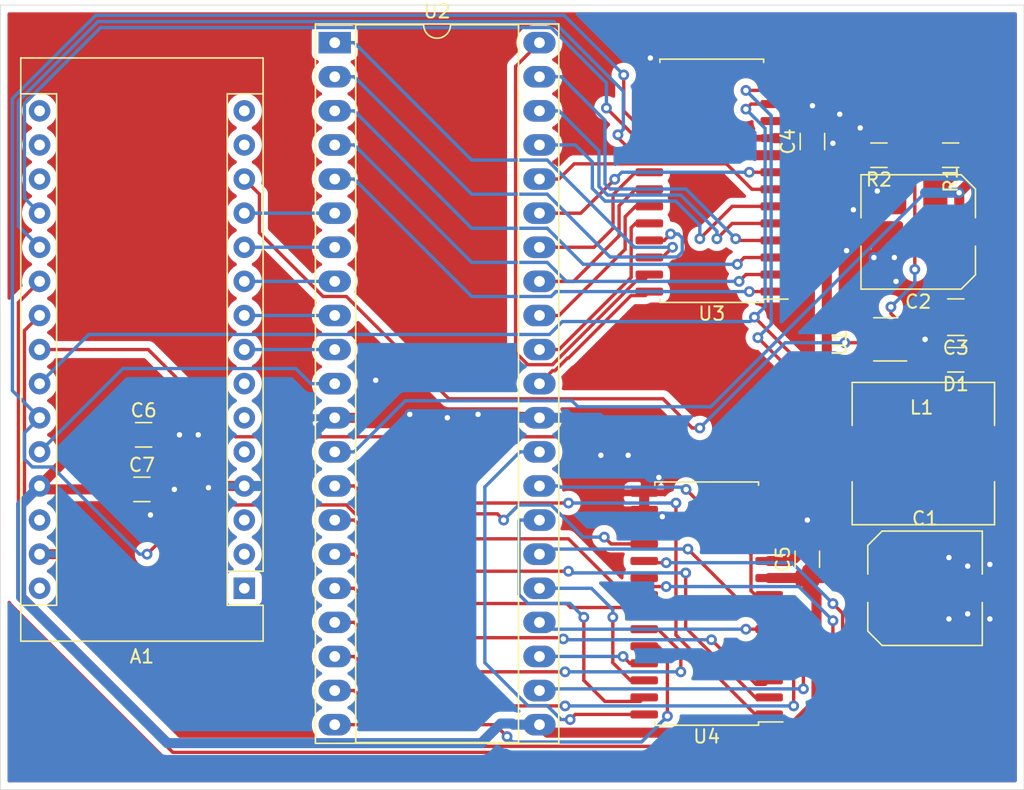
<source format=kicad_pcb>
(kicad_pcb (version 20171130) (host pcbnew "(5.1.5)-3")
  (title_block (title "ST27C322 Programmer") (date 2020-03-06) (rev 1a) (company Protovulcan))
  (layers (0 F.Cu signal) (31 B.Cu signal) (34 B.Paste user) (35 F.Paste user) (36 B.SilkS user) (37 F.SilkS user) (38 B.Mask user) (39 F.Mask user) (44 Edge.Cuts user))
  (net 0 "")
  (net 1 "Net-(A1-Pad1)")
  (net 2 "Net-(A1-Pad17)")
  (net 3 "Net-(A1-Pad2)")
  (net 4 "Net-(A1-Pad18)")
  (net 5 "Net-(A1-Pad3)")
  (net 6 /INT1)
  (net 7 GND)
  (net 8 /INT2)
  (net 9 "Net-(A1-Pad5)")
  (net 10 /INT3)
  (net 11 "Net-(A1-Pad6)")
  (net 12 /INT4)
  (net 13 "Net-(A1-Pad7)")
  (net 14 /SDA)
  (net 15 /A0)
  (net 16 /SCL)
  (net 17 /A1)
  (net 18 /RESET)
  (net 19 /A2)
  (net 20 /ENABLE)
  (net 21 /A3)
  (net 22 +5V)
  (net 23 /A4)
  (net 24 "Net-(A1-Pad28)")
  (net 25 /PROG_ENA)
  (net 26 "Net-(A1-Pad14)")
  (net 27 "Net-(A1-Pad30)")
  (net 28 "Net-(A1-Pad15)")
  (net 29 "Net-(A1-Pad16)")
  (net 30 VPP)
  (net 31 /D4)
  (net 32 /D12)
  (net 33 /D5)
  (net 34 /D13)
  (net 35 /D6)
  (net 36 /D14)
  (net 37 /D7)
  (net 38 /D15)
  (net 39 /D0)
  (net 40 /D8)
  (net 41 /D1)
  (net 42 /D9)
  (net 43 /D2)
  (net 44 /D10)
  (net 45 /D3)
  (net 46 /D11)
  (net 47 /A20)
  (net 48 /A19)
  (net 49 /A18)
  (net 50 /A17)
  (net 51 /A16)
  (net 52 /A15)
  (net 53 /A14)
  (net 54 /A13)
  (net 55 "Net-(U3-Pad14)")
  (net 56 "Net-(U3-Pad11)")
  (net 57 /A12)
  (net 58 /A11)
  (net 59 /A10)
  (net 60 /A9)
  (net 61 /A8)
  (net 62 /A7)
  (net 63 /A6)
  (net 64 /A5)
  (net 65 "Net-(U4-Pad11)")
  (net 66 "Net-(U4-Pad14)")
  (net 67 /Switch)
  (net 68 /Feedback)
  (module Resistor_SMD:R_1206_3216Metric (layer F.Cu) (at 181.613 75.946 180)
    (fp_text reference R1 (at 0 -1.82 90) (layer F.SilkS))
    (fp_text value 37.4K)
    (pad 1 smd roundrect (at -1.4 0 180) (size 1.25 1.75) (layers F.Cu F.Paste F.Mask) (roundrect_rratio 0.2) (net 30 VPP))
    (pad 2 smd roundrect (at 1.4 0 180) (size 1.25 1.75) (layers F.Cu F.Paste F.Mask) (roundrect_rratio 0.2) (net 68 /Feedback))
  )
  (module Capacitor_SMD:C_Elec_8x6.2 (layer F.Cu) (at 179.705 108.204)
    (fp_text reference C1 (at 0 -5.2) (layer F.SilkS))
    (fp_text value 15uF)
    (pad 1 smd roundrect (at -3.0875 0) (size 3.925 1.6) (layers F.Cu F.Paste F.Mask) (roundrect_rratio 0.15625) (net 22 +5V))
    (pad 2 smd roundrect (at 3.0875 0) (size 3.925 1.6) (layers F.Cu F.Paste F.Mask) (roundrect_rratio 0.15625) (net 7 GND))
  )
  (module Resistor_SMD:R_1206_3216Metric (layer F.Cu) (at 181.994 91.186 180)
    (fp_text reference D1 (at 0 -1.82) (layer F.SilkS))
    (fp_text value D_Schottky)
    (pad 1 smd roundrect (at -1.4 0 180) (size 1.25 1.75) (layers F.Cu F.Paste F.Mask) (roundrect_rratio 0.2) (net 30 VPP))
    (pad 2 smd roundrect (at 1.4 0 180) (size 1.25 1.75) (layers F.Cu F.Paste F.Mask) (roundrect_rratio 0.2) (net 67 /Switch))
  )
  (module Capacitor_SMD:C_1210_3225Metric (layer F.Cu) (at 181.994 88.011 180)
    (fp_text reference C3 (at 0 -2.28) (layer F.SilkS))
    (fp_text value C)
    (pad 1 smd roundrect (at -1.4 0 180) (size 1.25 2.65) (layers F.Cu F.Paste F.Mask) (roundrect_rratio 0.2) (net 30 VPP))
    (pad 2 smd roundrect (at 1.4 0 180) (size 1.25 2.65) (layers F.Cu F.Paste F.Mask) (roundrect_rratio 0.2) (net 7 GND))
  )
  (module Capacitor_SMD:C_Elec_8x6.2 (layer F.Cu) (at 179.197 81.661 180)
    (fp_text reference C2 (at 0 -5.2) (layer F.SilkS))
    (fp_text value 22uF)
    (pad 2 smd roundrect (at 3.0875 0 180) (size 3.925 1.6) (layers F.Cu F.Paste F.Mask) (roundrect_rratio 0.15625) (net 7 GND))
    (pad 1 smd roundrect (at -3.0875 0 180) (size 3.925 1.6) (layers F.Cu F.Paste F.Mask) (roundrect_rratio 0.15625) (net 30 VPP))
  )
  (module Inductor_SMD:L_10.4x10.4_H4.8 (layer F.Cu) (at 179.578 98.171)
    (fp_text reference L1 (at -0.127 -3.429) (layer F.SilkS))
    (fp_text value 4.7uH)
    (pad 1 smd rect (at -4.15 0) (size 2.7 3.6) (layers F.Cu F.Paste F.Mask) (net 22 +5V))
    (pad 2 smd rect (at 4.15 0) (size 2.7 3.6) (layers F.Cu F.Paste F.Mask) (net 67 /Switch))
  )
  (module Package_TO_SOT_SMD:SOT-23-5_HandSoldering (layer F.Cu) (at 176.784 89.662 180)
    (fp_text reference U1 (at 3.429 -0.254 270) (layer F.SilkS))
    (fp_text value LT1613)
    (pad 1 smd rect (at -1.35 -0.95 180) (size 1.56 0.65) (layers F.Cu F.Paste F.Mask) (net 67 /Switch))
    (pad 2 smd rect (at -1.35 0 180) (size 1.56 0.65) (layers F.Cu F.Paste F.Mask) (net 7 GND))
    (pad 3 smd rect (at -1.35 0.95 180) (size 1.56 0.65) (layers F.Cu F.Paste F.Mask) (net 68 /Feedback))
    (pad 4 smd rect (at 1.35 0.95 180) (size 1.56 0.65) (layers F.Cu F.Paste F.Mask) (net 25 /PROG_ENA))
    (pad 5 smd rect (at 1.35 -0.95 180) (size 1.56 0.65) (layers F.Cu F.Paste F.Mask) (net 22 +5V))
  )
  (module Module:Arduino_Nano (layer F.Cu) (at 129.032 108.204 180)
    (fp_text reference A1 (at 7.62 -5.08) (layer F.SilkS))
    (fp_text value Arduino_Nano_v3.x)
    (pad 1 thru_hole rect (at 0 0 180) (size 1.6 1.6) (drill 0.8) (layers *.Cu *.Mask) (net 1 "Net-(A1-Pad1)"))
    (pad 17 thru_hole oval (at 15.24 33.02 180) (size 1.6 1.6) (drill 0.8) (layers *.Cu *.Mask) (net 2 "Net-(A1-Pad17)"))
    (pad 2 thru_hole oval (at 0 2.54 180) (size 1.6 1.6) (drill 0.8) (layers *.Cu *.Mask) (net 3 "Net-(A1-Pad2)"))
    (pad 18 thru_hole oval (at 15.24 30.48 180) (size 1.6 1.6) (drill 0.8) (layers *.Cu *.Mask) (net 4 "Net-(A1-Pad18)"))
    (pad 3 thru_hole oval (at 0 5.08 180) (size 1.6 1.6) (drill 0.8) (layers *.Cu *.Mask) (net 5 "Net-(A1-Pad3)"))
    (pad 19 thru_hole oval (at 15.24 27.94 180) (size 1.6 1.6) (drill 0.8) (layers *.Cu *.Mask) (net 6 /INT1))
    (pad 4 thru_hole oval (at 0 7.62 180) (size 1.6 1.6) (drill 0.8) (layers *.Cu *.Mask) (net 7 GND))
    (pad 20 thru_hole oval (at 15.24 25.4 180) (size 1.6 1.6) (drill 0.8) (layers *.Cu *.Mask) (net 8 /INT2))
    (pad 5 thru_hole oval (at 0 10.16 180) (size 1.6 1.6) (drill 0.8) (layers *.Cu *.Mask) (net 9 "Net-(A1-Pad5)"))
    (pad 21 thru_hole oval (at 15.24 22.86 180) (size 1.6 1.6) (drill 0.8) (layers *.Cu *.Mask) (net 10 /INT3))
    (pad 6 thru_hole oval (at 0 12.7 180) (size 1.6 1.6) (drill 0.8) (layers *.Cu *.Mask) (net 11 "Net-(A1-Pad6)"))
    (pad 22 thru_hole oval (at 15.24 20.32 180) (size 1.6 1.6) (drill 0.8) (layers *.Cu *.Mask) (net 12 /INT4))
    (pad 7 thru_hole oval (at 0 15.24 180) (size 1.6 1.6) (drill 0.8) (layers *.Cu *.Mask) (net 13 "Net-(A1-Pad7)"))
    (pad 23 thru_hole oval (at 15.24 17.78 180) (size 1.6 1.6) (drill 0.8) (layers *.Cu *.Mask) (net 14 /SDA))
    (pad 8 thru_hole oval (at 0 17.78 180) (size 1.6 1.6) (drill 0.8) (layers *.Cu *.Mask) (net 15 /A0))
    (pad 24 thru_hole oval (at 15.24 15.24 180) (size 1.6 1.6) (drill 0.8) (layers *.Cu *.Mask) (net 16 /SCL))
    (pad 9 thru_hole oval (at 0 20.32 180) (size 1.6 1.6) (drill 0.8) (layers *.Cu *.Mask) (net 17 /A1))
    (pad 25 thru_hole oval (at 15.24 12.7 180) (size 1.6 1.6) (drill 0.8) (layers *.Cu *.Mask) (net 18 /RESET))
    (pad 10 thru_hole oval (at 0 22.86 180) (size 1.6 1.6) (drill 0.8) (layers *.Cu *.Mask) (net 19 /A2))
    (pad 26 thru_hole oval (at 15.24 10.16 180) (size 1.6 1.6) (drill 0.8) (layers *.Cu *.Mask) (net 20 /ENABLE))
    (pad 11 thru_hole oval (at 0 25.4 180) (size 1.6 1.6) (drill 0.8) (layers *.Cu *.Mask) (net 21 /A3))
    (pad 27 thru_hole oval (at 15.24 7.62 180) (size 1.6 1.6) (drill 0.8) (layers *.Cu *.Mask) (net 22 +5V))
    (pad 12 thru_hole oval (at 0 27.94 180) (size 1.6 1.6) (drill 0.8) (layers *.Cu *.Mask) (net 23 /A4))
    (pad 28 thru_hole oval (at 15.24 5.08 180) (size 1.6 1.6) (drill 0.8) (layers *.Cu *.Mask) (net 24 "Net-(A1-Pad28)"))
    (pad 13 thru_hole oval (at 0 30.48 180) (size 1.6 1.6) (drill 0.8) (layers *.Cu *.Mask) (net 25 /PROG_ENA))
    (pad 29 thru_hole oval (at 15.24 2.54 180) (size 1.6 1.6) (drill 0.8) (layers *.Cu *.Mask) (net 7 GND))
    (pad 14 thru_hole oval (at 0 33.02 180) (size 1.6 1.6) (drill 0.8) (layers *.Cu *.Mask) (net 26 "Net-(A1-Pad14)"))
    (pad 30 thru_hole oval (at 15.24 0 180) (size 1.6 1.6) (drill 0.8) (layers *.Cu *.Mask) (net 27 "Net-(A1-Pad30)"))
    (pad 15 thru_hole oval (at 0 35.56 180) (size 1.6 1.6) (drill 0.8) (layers *.Cu *.Mask) (net 28 "Net-(A1-Pad15)"))
    (pad 16 thru_hole oval (at 15.24 35.56 180) (size 1.6 1.6) (drill 0.8) (layers *.Cu *.Mask) (net 29 "Net-(A1-Pad16)"))
  )
  (module Package_DIP:DIP-42_W15.24mm_Socket_LongPads (layer F.Cu) (at 135.763 67.564)
    (fp_text reference U2 (at 7.62 -2.33) (layer F.SilkS))
    (fp_text value 27C322)
    (pad 1 thru_hole rect (at 0 0) (size 2.4 1.6) (drill 0.8) (layers *.Cu *.Mask) (net 49 /A18))
    (pad 22 thru_hole oval (at 15.24 50.8) (size 2.4 1.6) (drill 0.8) (layers *.Cu *.Mask) (net 22 +5V))
    (pad 2 thru_hole oval (at 0 2.54) (size 2.4 1.6) (drill 0.8) (layers *.Cu *.Mask) (net 50 /A17))
    (pad 23 thru_hole oval (at 15.24 48.26) (size 2.4 1.6) (drill 0.8) (layers *.Cu *.Mask) (net 31 /D4))
    (pad 3 thru_hole oval (at 0 5.08) (size 2.4 1.6) (drill 0.8) (layers *.Cu *.Mask) (net 62 /A7))
    (pad 24 thru_hole oval (at 15.24 45.72) (size 2.4 1.6) (drill 0.8) (layers *.Cu *.Mask) (net 32 /D12))
    (pad 4 thru_hole oval (at 0 7.62) (size 2.4 1.6) (drill 0.8) (layers *.Cu *.Mask) (net 63 /A6))
    (pad 25 thru_hole oval (at 15.24 43.18) (size 2.4 1.6) (drill 0.8) (layers *.Cu *.Mask) (net 33 /D5))
    (pad 5 thru_hole oval (at 0 10.16) (size 2.4 1.6) (drill 0.8) (layers *.Cu *.Mask) (net 64 /A5))
    (pad 26 thru_hole oval (at 15.24 40.64) (size 2.4 1.6) (drill 0.8) (layers *.Cu *.Mask) (net 34 /D13))
    (pad 6 thru_hole oval (at 0 12.7) (size 2.4 1.6) (drill 0.8) (layers *.Cu *.Mask) (net 23 /A4))
    (pad 27 thru_hole oval (at 15.24 38.1) (size 2.4 1.6) (drill 0.8) (layers *.Cu *.Mask) (net 35 /D6))
    (pad 7 thru_hole oval (at 0 15.24) (size 2.4 1.6) (drill 0.8) (layers *.Cu *.Mask) (net 21 /A3))
    (pad 28 thru_hole oval (at 15.24 35.56) (size 2.4 1.6) (drill 0.8) (layers *.Cu *.Mask) (net 36 /D14))
    (pad 8 thru_hole oval (at 0 17.78) (size 2.4 1.6) (drill 0.8) (layers *.Cu *.Mask) (net 19 /A2))
    (pad 29 thru_hole oval (at 15.24 33.02) (size 2.4 1.6) (drill 0.8) (layers *.Cu *.Mask) (net 37 /D7))
    (pad 9 thru_hole oval (at 0 20.32) (size 2.4 1.6) (drill 0.8) (layers *.Cu *.Mask) (net 17 /A1))
    (pad 30 thru_hole oval (at 15.24 30.48) (size 2.4 1.6) (drill 0.8) (layers *.Cu *.Mask) (net 38 /D15))
    (pad 10 thru_hole oval (at 0 22.86) (size 2.4 1.6) (drill 0.8) (layers *.Cu *.Mask) (net 15 /A0))
    (pad 31 thru_hole oval (at 15.24 27.94) (size 2.4 1.6) (drill 0.8) (layers *.Cu *.Mask) (net 7 GND))
    (pad 11 thru_hole oval (at 0 25.4) (size 2.4 1.6) (drill 0.8) (layers *.Cu *.Mask) (net 20 /ENABLE))
    (pad 32 thru_hole oval (at 15.24 25.4) (size 2.4 1.6) (drill 0.8) (layers *.Cu *.Mask) (net 47 /A20))
    (pad 12 thru_hole oval (at 0 27.94) (size 2.4 1.6) (drill 0.8) (layers *.Cu *.Mask) (net 7 GND))
    (pad 33 thru_hole oval (at 15.24 22.86) (size 2.4 1.6) (drill 0.8) (layers *.Cu *.Mask) (net 51 /A16))
    (pad 13 thru_hole oval (at 0 30.48) (size 2.4 1.6) (drill 0.8) (layers *.Cu *.Mask) (net 30 VPP))
    (pad 34 thru_hole oval (at 15.24 20.32) (size 2.4 1.6) (drill 0.8) (layers *.Cu *.Mask) (net 52 /A15))
    (pad 14 thru_hole oval (at 0 33.02) (size 2.4 1.6) (drill 0.8) (layers *.Cu *.Mask) (net 39 /D0))
    (pad 35 thru_hole oval (at 15.24 17.78) (size 2.4 1.6) (drill 0.8) (layers *.Cu *.Mask) (net 53 /A14))
    (pad 15 thru_hole oval (at 0 35.56) (size 2.4 1.6) (drill 0.8) (layers *.Cu *.Mask) (net 40 /D8))
    (pad 36 thru_hole oval (at 15.24 15.24) (size 2.4 1.6) (drill 0.8) (layers *.Cu *.Mask) (net 54 /A13))
    (pad 16 thru_hole oval (at 0 38.1) (size 2.4 1.6) (drill 0.8) (layers *.Cu *.Mask) (net 41 /D1))
    (pad 37 thru_hole oval (at 15.24 12.7) (size 2.4 1.6) (drill 0.8) (layers *.Cu *.Mask) (net 57 /A12))
    (pad 17 thru_hole oval (at 0 40.64) (size 2.4 1.6) (drill 0.8) (layers *.Cu *.Mask) (net 42 /D9))
    (pad 38 thru_hole oval (at 15.24 10.16) (size 2.4 1.6) (drill 0.8) (layers *.Cu *.Mask) (net 58 /A11))
    (pad 18 thru_hole oval (at 0 43.18) (size 2.4 1.6) (drill 0.8) (layers *.Cu *.Mask) (net 43 /D2))
    (pad 39 thru_hole oval (at 15.24 7.62) (size 2.4 1.6) (drill 0.8) (layers *.Cu *.Mask) (net 59 /A10))
    (pad 19 thru_hole oval (at 0 45.72) (size 2.4 1.6) (drill 0.8) (layers *.Cu *.Mask) (net 44 /D10))
    (pad 40 thru_hole oval (at 15.24 5.08) (size 2.4 1.6) (drill 0.8) (layers *.Cu *.Mask) (net 60 /A9))
    (pad 20 thru_hole oval (at 0 48.26) (size 2.4 1.6) (drill 0.8) (layers *.Cu *.Mask) (net 45 /D3))
    (pad 41 thru_hole oval (at 15.24 2.54) (size 2.4 1.6) (drill 0.8) (layers *.Cu *.Mask) (net 61 /A8))
    (pad 21 thru_hole oval (at 0 50.8) (size 2.4 1.6) (drill 0.8) (layers *.Cu *.Mask) (net 46 /D11))
    (pad 42 thru_hole oval (at 15.24 0) (size 2.4 1.6) (drill 0.8) (layers *.Cu *.Mask) (net 48 /A19))
  )
  (module Package_SO:SOIC-28W_7.5x17.9mm_P1.27mm (layer F.Cu) (at 163.83 77.851 180)
    (fp_text reference U3 (at 0 -9.9) (layer F.SilkS))
    (fp_text value MCP23017_SO)
    (pad 28 smd roundrect (at 4.65 -8.255 180) (size 2.05 0.6) (layers F.Cu F.Paste F.Mask) (net 47 /A20))
    (pad 27 smd roundrect (at 4.65 -6.985 180) (size 2.05 0.6) (layers F.Cu F.Paste F.Mask) (net 48 /A19))
    (pad 26 smd roundrect (at 4.65 -5.715 180) (size 2.05 0.6) (layers F.Cu F.Paste F.Mask) (net 49 /A18))
    (pad 25 smd roundrect (at 4.65 -4.445 180) (size 2.05 0.6) (layers F.Cu F.Paste F.Mask) (net 50 /A17))
    (pad 24 smd roundrect (at 4.65 -3.175 180) (size 2.05 0.6) (layers F.Cu F.Paste F.Mask) (net 51 /A16))
    (pad 23 smd roundrect (at 4.65 -1.905 180) (size 2.05 0.6) (layers F.Cu F.Paste F.Mask) (net 52 /A15))
    (pad 22 smd roundrect (at 4.65 -0.635 180) (size 2.05 0.6) (layers F.Cu F.Paste F.Mask) (net 53 /A14))
    (pad 21 smd roundrect (at 4.65 0.635 180) (size 2.05 0.6) (layers F.Cu F.Paste F.Mask) (net 54 /A13))
    (pad 20 smd roundrect (at 4.65 1.905 180) (size 2.05 0.6) (layers F.Cu F.Paste F.Mask) (net 8 /INT2))
    (pad 19 smd roundrect (at 4.65 3.175 180) (size 2.05 0.6) (layers F.Cu F.Paste F.Mask) (net 6 /INT1))
    (pad 18 smd roundrect (at 4.65 4.445 180) (size 2.05 0.6) (layers F.Cu F.Paste F.Mask) (net 18 /RESET))
    (pad 17 smd roundrect (at 4.65 5.715 180) (size 2.05 0.6) (layers F.Cu F.Paste F.Mask) (net 22 +5V))
    (pad 16 smd roundrect (at 4.65 6.985 180) (size 2.05 0.6) (layers F.Cu F.Paste F.Mask) (net 7 GND))
    (pad 15 smd roundrect (at 4.65 8.255 180) (size 2.05 0.6) (layers F.Cu F.Paste F.Mask) (net 7 GND))
    (pad 14 smd roundrect (at -4.65 8.255 180) (size 2.05 0.6) (layers F.Cu F.Paste F.Mask) (net 55 "Net-(U3-Pad14)"))
    (pad 13 smd roundrect (at -4.65 6.985 180) (size 2.05 0.6) (layers F.Cu F.Paste F.Mask) (net 14 /SDA))
    (pad 12 smd roundrect (at -4.65 5.715 180) (size 2.05 0.6) (layers F.Cu F.Paste F.Mask) (net 16 /SCL))
    (pad 11 smd roundrect (at -4.65 4.445 180) (size 2.05 0.6) (layers F.Cu F.Paste F.Mask) (net 56 "Net-(U3-Pad11)"))
    (pad 10 smd roundrect (at -4.65 3.175 180) (size 2.05 0.6) (layers F.Cu F.Paste F.Mask) (net 7 GND))
    (pad 9 smd roundrect (at -4.65 1.905 180) (size 2.05 0.6) (layers F.Cu F.Paste F.Mask) (net 22 +5V))
    (pad 8 smd roundrect (at -4.65 0.635 180) (size 2.05 0.6) (layers F.Cu F.Paste F.Mask) (net 57 /A12))
    (pad 7 smd roundrect (at -4.65 -0.635 180) (size 2.05 0.6) (layers F.Cu F.Paste F.Mask) (net 58 /A11))
    (pad 6 smd roundrect (at -4.65 -1.905 180) (size 2.05 0.6) (layers F.Cu F.Paste F.Mask) (net 59 /A10))
    (pad 5 smd roundrect (at -4.65 -3.175 180) (size 2.05 0.6) (layers F.Cu F.Paste F.Mask) (net 60 /A9))
    (pad 4 smd roundrect (at -4.65 -4.445 180) (size 2.05 0.6) (layers F.Cu F.Paste F.Mask) (net 61 /A8))
    (pad 3 smd roundrect (at -4.65 -5.715 180) (size 2.05 0.6) (layers F.Cu F.Paste F.Mask) (net 62 /A7))
    (pad 2 smd roundrect (at -4.65 -6.985 180) (size 2.05 0.6) (layers F.Cu F.Paste F.Mask) (net 63 /A6))
    (pad 1 smd roundrect (at -4.65 -8.255 180) (size 2.05 0.6) (layers F.Cu F.Paste F.Mask) (net 64 /A5))
  )
  (module Resistor_SMD:R_1206_3216Metric (layer F.Cu) (at 171.323 74.927 90)
    (fp_text reference C4 (at 0 -1.82 90) (layer F.SilkS))
    (fp_text value 100nF)
    (pad 1 smd roundrect (at -1.4 0 90) (size 1.25 1.75) (layers F.Cu F.Paste F.Mask) (roundrect_rratio 0.2) (net 22 +5V))
    (pad 2 smd roundrect (at 1.4 0 90) (size 1.25 1.75) (layers F.Cu F.Paste F.Mask) (roundrect_rratio 0.2) (net 7 GND))
  )
  (module Resistor_SMD:R_1206_3216Metric (layer F.Cu) (at 170.942 106.042 90)
    (fp_text reference C5 (at 0 -1.82 90) (layer F.SilkS))
    (fp_text value 100nF)
    (pad 2 smd roundrect (at 1.4 0 90) (size 1.25 1.75) (layers F.Cu F.Paste F.Mask) (roundrect_rratio 0.2) (net 7 GND))
    (pad 1 smd roundrect (at -1.4 0 90) (size 1.25 1.75) (layers F.Cu F.Paste F.Mask) (roundrect_rratio 0.2) (net 22 +5V))
  )
  (module Resistor_SMD:R_1206_3216Metric (layer F.Cu) (at 121.539 96.774)
    (fp_text reference C6 (at 0 -1.82) (layer F.SilkS))
    (fp_text value 100nF)
    (pad 1 smd roundrect (at -1.4 0) (size 1.25 1.75) (layers F.Cu F.Paste F.Mask) (roundrect_rratio 0.2) (net 22 +5V))
    (pad 2 smd roundrect (at 1.4 0) (size 1.25 1.75) (layers F.Cu F.Paste F.Mask) (roundrect_rratio 0.2) (net 7 GND))
  )
  (module Resistor_SMD:R_1206_3216Metric (layer F.Cu) (at 121.409 100.838)
    (fp_text reference C7 (at 0 -1.82) (layer F.SilkS))
    (fp_text value 100nF)
    (pad 2 smd roundrect (at 1.4 0) (size 1.25 1.75) (layers F.Cu F.Paste F.Mask) (roundrect_rratio 0.2) (net 7 GND))
    (pad 1 smd roundrect (at -1.4 0) (size 1.25 1.75) (layers F.Cu F.Paste F.Mask) (roundrect_rratio 0.2) (net 22 +5V))
  )
  (module Resistor_SMD:R_1206_3216Metric (layer F.Cu) (at 176.273 75.946 180)
    (fp_text reference R2 (at 0 -1.82) (layer F.SilkS))
    (fp_text value 12.1K)
    (pad 2 smd roundrect (at 1.4 0 180) (size 1.25 1.75) (layers F.Cu F.Paste F.Mask) (roundrect_rratio 0.2) (net 7 GND))
    (pad 1 smd roundrect (at -1.4 0 180) (size 1.25 1.75) (layers F.Cu F.Paste F.Mask) (roundrect_rratio 0.2) (net 68 /Feedback))
  )
  (module Package_SO:SOIC-28W_7.5x17.9mm_P1.27mm (layer F.Cu) (at 163.449 109.347 180)
    (fp_text reference U4 (at 0 -9.9) (layer F.SilkS))
    (fp_text value MCP23017_SO)
    (pad 1 smd roundrect (at -4.65 -8.255 180) (size 2.05 0.6) (layers F.Cu F.Paste F.Mask) (net 39 /D0))
    (pad 2 smd roundrect (at -4.65 -6.985 180) (size 2.05 0.6) (layers F.Cu F.Paste F.Mask) (net 41 /D1))
    (pad 3 smd roundrect (at -4.65 -5.715 180) (size 2.05 0.6) (layers F.Cu F.Paste F.Mask) (net 43 /D2))
    (pad 4 smd roundrect (at -4.65 -4.445 180) (size 2.05 0.6) (layers F.Cu F.Paste F.Mask) (net 45 /D3))
    (pad 5 smd roundrect (at -4.65 -3.175 180) (size 2.05 0.6) (layers F.Cu F.Paste F.Mask) (net 31 /D4))
    (pad 6 smd roundrect (at -4.65 -1.905 180) (size 2.05 0.6) (layers F.Cu F.Paste F.Mask) (net 33 /D5))
    (pad 7 smd roundrect (at -4.65 -0.635 180) (size 2.05 0.6) (layers F.Cu F.Paste F.Mask) (net 35 /D6))
    (pad 8 smd roundrect (at -4.65 0.635 180) (size 2.05 0.6) (layers F.Cu F.Paste F.Mask) (net 37 /D7))
    (pad 9 smd roundrect (at -4.65 1.905 180) (size 2.05 0.6) (layers F.Cu F.Paste F.Mask) (net 22 +5V))
    (pad 10 smd roundrect (at -4.65 3.175 180) (size 2.05 0.6) (layers F.Cu F.Paste F.Mask) (net 7 GND))
    (pad 11 smd roundrect (at -4.65 4.445 180) (size 2.05 0.6) (layers F.Cu F.Paste F.Mask) (net 65 "Net-(U4-Pad11)"))
    (pad 12 smd roundrect (at -4.65 5.715 180) (size 2.05 0.6) (layers F.Cu F.Paste F.Mask) (net 16 /SCL))
    (pad 13 smd roundrect (at -4.65 6.985 180) (size 2.05 0.6) (layers F.Cu F.Paste F.Mask) (net 14 /SDA))
    (pad 14 smd roundrect (at -4.65 8.255 180) (size 2.05 0.6) (layers F.Cu F.Paste F.Mask) (net 66 "Net-(U4-Pad14)"))
    (pad 15 smd roundrect (at 4.65 8.255 180) (size 2.05 0.6) (layers F.Cu F.Paste F.Mask) (net 7 GND))
    (pad 16 smd roundrect (at 4.65 6.985 180) (size 2.05 0.6) (layers F.Cu F.Paste F.Mask) (net 7 GND))
    (pad 17 smd roundrect (at 4.65 5.715 180) (size 2.05 0.6) (layers F.Cu F.Paste F.Mask) (net 7 GND))
    (pad 18 smd roundrect (at 4.65 4.445 180) (size 2.05 0.6) (layers F.Cu F.Paste F.Mask) (net 18 /RESET))
    (pad 19 smd roundrect (at 4.65 3.175 180) (size 2.05 0.6) (layers F.Cu F.Paste F.Mask) (net 10 /INT3))
    (pad 20 smd roundrect (at 4.65 1.905 180) (size 2.05 0.6) (layers F.Cu F.Paste F.Mask) (net 12 /INT4))
    (pad 21 smd roundrect (at 4.65 0.635 180) (size 2.05 0.6) (layers F.Cu F.Paste F.Mask) (net 40 /D8))
    (pad 22 smd roundrect (at 4.65 -0.635 180) (size 2.05 0.6) (layers F.Cu F.Paste F.Mask) (net 42 /D9))
    (pad 23 smd roundrect (at 4.65 -1.905 180) (size 2.05 0.6) (layers F.Cu F.Paste F.Mask) (net 44 /D10))
    (pad 24 smd roundrect (at 4.65 -3.175 180) (size 2.05 0.6) (layers F.Cu F.Paste F.Mask) (net 46 /D11))
    (pad 25 smd roundrect (at 4.65 -4.445 180) (size 2.05 0.6) (layers F.Cu F.Paste F.Mask) (net 32 /D12))
    (pad 26 smd roundrect (at 4.65 -5.715 180) (size 2.05 0.6) (layers F.Cu F.Paste F.Mask) (net 34 /D13))
    (pad 27 smd roundrect (at 4.65 -6.985 180) (size 2.05 0.6) (layers F.Cu F.Paste F.Mask) (net 36 /D14))
    (pad 28 smd roundrect (at 4.65 -8.255 180) (size 2.05 0.6) (layers F.Cu F.Paste F.Mask) (net 38 /D15))
  )
  (gr_line (start 187.071 123.19) (end 187.071 64.77) (layer Edge.Cuts) (width 0.05))
  (gr_line (start 110.871 123.19) (end 187.071 123.19) (layer Edge.Cuts) (width 0.05))
  (gr_line (start 110.871 64.77) (end 110.871 123.19) (layer Edge.Cuts) (width 0.05))
  (gr_line (start 187.071 64.77) (end 110.871 64.77) (layer Edge.Cuts) (width 0.05))
  (segment (start 159.18 74.676) (end 158.88 74.976) (width 0.25) (layer F.Cu) (net 6))
  (via (at 155.988389 72.435392) (size 0.8) (drill 0.4) (layers F.Cu B.Cu) (net 6))
  (segment (start 158.528997 74.976) (end 155.988389 72.435392) (width 0.25) (layer F.Cu) (net 6))
  (segment (start 158.88 74.976) (end 158.528997 74.976) (width 0.25) (layer F.Cu) (net 6))
  (segment (start 112.992001 79.464001) (end 113.792 80.264) (width 0.25) (layer B.Cu) (net 6))
  (segment (start 112.666999 79.138999) (end 112.992001 79.464001) (width 0.25) (layer B.Cu) (net 6))
  (segment (start 112.666999 72.103999) (end 112.666999 79.138999) (width 0.25) (layer B.Cu) (net 6))
  (segment (start 118.331999 66.438999) (end 112.666999 72.103999) (width 0.25) (layer B.Cu) (net 6))
  (segment (start 151.869003 66.438999) (end 118.331999 66.438999) (width 0.25) (layer B.Cu) (net 6))
  (segment (start 155.988389 70.558385) (end 151.869003 66.438999) (width 0.25) (layer B.Cu) (net 6))
  (segment (start 155.988389 72.435392) (end 155.988389 70.558385) (width 0.25) (layer B.Cu) (net 6))
  (segment (start 169.412 106.172) (end 170.942 104.642) (width 0.75) (layer F.Cu) (net 7))
  (segment (start 168.099 106.172) (end 169.412 106.172) (width 0.75) (layer F.Cu) (net 7))
  (segment (start 158.799 103.632) (end 158.799 101.092) (width 0.75) (layer F.Cu) (net 7))
  (via (at 159.893 99.949) (size 0.8) (drill 0.4) (layers F.Cu B.Cu) (net 7))
  (segment (start 158.799 101.092) (end 158.799 101.043) (width 0.75) (layer F.Cu) (net 7))
  (segment (start 158.799 101.043) (end 159.893 99.949) (width 0.75) (layer F.Cu) (net 7))
  (segment (start 169.211126 99.549001) (end 170.942 101.279875) (width 0.75) (layer B.Cu) (net 7))
  (segment (start 159.893 99.949) (end 160.292999 99.549001) (width 0.75) (layer B.Cu) (net 7))
  (via (at 170.942 103.124) (size 0.8) (drill 0.4) (layers F.Cu B.Cu) (net 7))
  (segment (start 170.942 101.279875) (end 170.942 103.124) (width 0.75) (layer B.Cu) (net 7))
  (segment (start 160.292999 99.549001) (end 169.211126 99.549001) (width 0.75) (layer B.Cu) (net 7))
  (segment (start 155.448 95.504) (end 159.893 99.949) (width 0.75) (layer B.Cu) (net 7))
  (segment (start 151.003 95.504) (end 155.448 95.504) (width 0.75) (layer B.Cu) (net 7))
  (segment (start 170.174 74.676) (end 171.323 73.527) (width 0.75) (layer F.Cu) (net 7))
  (segment (start 168.48 74.676) (end 170.174 74.676) (width 0.75) (layer F.Cu) (net 7))
  (segment (start 159.18 70.866) (end 159.18 69.596) (width 0.75) (layer F.Cu) (net 7))
  (via (at 159.258 68.707) (size 0.8) (drill 0.4) (layers F.Cu B.Cu) (net 7))
  (segment (start 159.18 69.596) (end 159.18 68.785) (width 0.75) (layer F.Cu) (net 7))
  (segment (start 159.18 68.785) (end 159.258 68.707) (width 0.75) (layer F.Cu) (net 7))
  (segment (start 159.657999 68.307001) (end 170.161001 68.307001) (width 0.75) (layer B.Cu) (net 7))
  (segment (start 159.258 68.707) (end 159.657999 68.307001) (width 0.75) (layer B.Cu) (net 7))
  (via (at 171.323 72.263) (size 0.8) (drill 0.4) (layers F.Cu B.Cu) (net 7))
  (segment (start 170.161001 68.307001) (end 171.323 69.469) (width 0.75) (layer B.Cu) (net 7))
  (segment (start 171.323 69.469) (end 171.323 72.263) (width 0.75) (layer B.Cu) (net 7))
  (segment (start 171.323 72.263) (end 171.323 73.527) (width 0.75) (layer F.Cu) (net 7))
  (segment (start 170.942 104.642) (end 170.942 103.124) (width 0.75) (layer F.Cu) (net 7))
  (segment (start 113.792 105.664) (end 118.858 105.664) (width 0.75) (layer F.Cu) (net 7))
  (via (at 122.047 102.743) (size 0.8) (drill 0.4) (layers F.Cu B.Cu) (net 7))
  (segment (start 122.809 100.838) (end 122.809 101.981) (width 0.75) (layer F.Cu) (net 7))
  (segment (start 122.809 101.981) (end 122.047 102.743) (width 0.75) (layer F.Cu) (net 7))
  (segment (start 118.858 105.664) (end 122.047 102.743) (width 0.75) (layer F.Cu) (net 7))
  (via (at 126.365 100.711) (size 0.8) (drill 0.4) (layers F.Cu B.Cu) (net 7))
  (segment (start 126.492 100.584) (end 126.365 100.711) (width 0.75) (layer F.Cu) (net 7))
  (segment (start 129.032 100.584) (end 126.492 100.584) (width 0.75) (layer F.Cu) (net 7))
  (via (at 123.825 100.838) (size 0.8) (drill 0.4) (layers F.Cu B.Cu) (net 7))
  (segment (start 123.899449 100.763551) (end 123.825 100.838) (width 0.75) (layer F.Cu) (net 7))
  (segment (start 124.893551 100.763551) (end 126.365 100.711) (width 0.75) (layer F.Cu) (net 7))
  (segment (start 124.893551 100.763551) (end 123.899449 100.763551) (width 0.75) (layer F.Cu) (net 7))
  (segment (start 122.809 100.838) (end 124.893551 100.763551) (width 0.75) (layer F.Cu) (net 7))
  (segment (start 122.939 100.708) (end 122.809 100.838) (width 0.75) (layer F.Cu) (net 7))
  (segment (start 122.939 96.774) (end 122.939 100.708) (width 0.75) (layer F.Cu) (net 7))
  (via (at 124.206 96.774) (size 0.8) (drill 0.4) (layers F.Cu B.Cu) (net 7))
  (via (at 125.603 96.774) (size 0.8) (drill 0.4) (layers F.Cu B.Cu) (net 7))
  (segment (start 124.206 96.774) (end 125.603 96.774) (width 0.75) (layer B.Cu) (net 7))
  (segment (start 125.603 99.949) (end 126.365 100.711) (width 0.75) (layer F.Cu) (net 7))
  (segment (start 125.603 96.774) (end 125.603 99.949) (width 0.75) (layer F.Cu) (net 7))
  (segment (start 125.603 96.774) (end 123.698 96.774) (width 0.75) (layer F.Cu) (net 7))
  (segment (start 122.939 96.774) (end 123.698 96.774) (width 0.75) (layer F.Cu) (net 7))
  (segment (start 123.698 96.774) (end 124.206 96.774) (width 0.75) (layer F.Cu) (net 7))
  (segment (start 135.363 95.504) (end 135.763 95.504) (width 0.75) (layer B.Cu) (net 7))
  (segment (start 133.813 97.054) (end 135.363 95.504) (width 0.75) (layer B.Cu) (net 7))
  (segment (start 130.683 100.584) (end 133.813 97.454) (width 0.75) (layer B.Cu) (net 7))
  (segment (start 133.813 97.454) (end 133.813 97.054) (width 0.75) (layer B.Cu) (net 7))
  (segment (start 129.032 100.584) (end 130.683 100.584) (width 0.75) (layer B.Cu) (net 7))
  (segment (start 180.594 89.336) (end 180.594 88.011) (width 0.75) (layer F.Cu) (net 7))
  (segment (start 180.268 89.662) (end 180.594 89.336) (width 0.75) (layer F.Cu) (net 7))
  (via (at 172.847 75.057) (size 0.8) (drill 0.4) (layers F.Cu B.Cu) (net 7))
  (segment (start 173.736 75.946) (end 172.847 75.057) (width 0.75) (layer F.Cu) (net 7))
  (segment (start 174.873 75.946) (end 173.736 75.946) (width 0.75) (layer F.Cu) (net 7))
  (segment (start 172.847 75.057) (end 171.323 73.527) (width 0.75) (layer F.Cu) (net 7))
  (via (at 176.149 78.613) (size 0.8) (drill 0.4) (layers F.Cu B.Cu) (net 7))
  (segment (start 174.873 77.337) (end 176.149 78.613) (width 0.75) (layer F.Cu) (net 7))
  (segment (start 174.873 75.946) (end 174.873 77.337) (width 0.75) (layer F.Cu) (net 7))
  (segment (start 176.1095 81.661) (end 176.149 78.613) (width 0.75) (layer F.Cu) (net 7))
  (via (at 177.546 85.344) (size 0.8) (drill 0.4) (layers F.Cu B.Cu) (net 7))
  (segment (start 176.1095 83.9075) (end 177.546 85.344) (width 0.75) (layer F.Cu) (net 7))
  (segment (start 176.1095 81.661) (end 176.1095 83.9075) (width 0.75) (layer F.Cu) (net 7))
  (segment (start 180.594 88.011) (end 177.546 85.344) (width 0.75) (layer F.Cu) (net 7))
  (via (at 179.705 89.662) (size 0.8) (drill 0.4) (layers F.Cu B.Cu) (net 7))
  (segment (start 179.705 89.662) (end 180.268 89.662) (width 0.75) (layer F.Cu) (net 7))
  (segment (start 182.7925 108.204) (end 182.7925 106.6405) (width 0.75) (layer F.Cu) (net 7))
  (via (at 182.88 106.553) (size 0.8) (drill 0.4) (layers F.Cu B.Cu) (net 7))
  (segment (start 182.7925 106.6405) (end 182.88 106.553) (width 0.75) (layer F.Cu) (net 7))
  (segment (start 174.371 106.553) (end 170.942 103.124) (width 0.75) (layer B.Cu) (net 7))
  (segment (start 182.88 106.553) (end 174.371 106.553) (width 0.75) (layer B.Cu) (net 7))
  (via (at 182.88 110.109) (size 0.8) (drill 0.4) (layers F.Cu B.Cu) (net 7))
  (segment (start 182.88 108.2915) (end 182.7925 108.204) (width 0.75) (layer F.Cu) (net 7))
  (segment (start 182.88 110.109) (end 182.88 108.2915) (width 0.75) (layer F.Cu) (net 7))
  (via (at 179.705 89.662) (size 0.8) (drill 0.4) (layers F.Cu B.Cu) (net 7))
  (segment (start 178.134 89.662) (end 179.705 89.662) (width 0.75) (layer F.Cu) (net 7))
  (segment (start 170.942 98.425) (end 170.942 103.124) (width 0.75) (layer B.Cu) (net 7))
  (segment (start 179.705 89.662) (end 170.942 98.425) (width 0.75) (layer B.Cu) (net 7))
  (segment (start 137.713 95.504) (end 138.811 94.406) (width 0.75) (layer F.Cu) (net 7))
  (segment (start 135.763 95.504) (end 137.713 95.504) (width 0.75) (layer F.Cu) (net 7))
  (segment (start 138.811 94.406) (end 138.811 92.71) (width 0.75) (layer F.Cu) (net 7))
  (via (at 138.811 92.71) (size 0.8) (drill 0.4) (layers F.Cu B.Cu) (net 7))
  (segment (start 135.763 95.504) (end 141.097 95.504) (width 0.75) (layer F.Cu) (net 7))
  (via (at 141.351 95.25) (size 0.8) (drill 0.4) (layers F.Cu B.Cu) (net 7))
  (segment (start 141.097 95.504) (end 141.351 95.25) (width 0.75) (layer F.Cu) (net 7))
  (segment (start 141.351 95.25) (end 143.891 95.25) (width 0.75) (layer B.Cu) (net 7))
  (segment (start 143.891 95.25) (end 144.145 95.504) (width 0.75) (layer B.Cu) (net 7))
  (via (at 144.145 95.504) (size 0.8) (drill 0.4) (layers F.Cu B.Cu) (net 7))
  (segment (start 144.145 95.504) (end 135.763 95.504) (width 0.75) (layer F.Cu) (net 7))
  (segment (start 149.053 95.504) (end 148.799 95.25) (width 0.75) (layer B.Cu) (net 7))
  (segment (start 151.003 95.504) (end 149.053 95.504) (width 0.75) (layer B.Cu) (net 7))
  (via (at 146.431 95.25) (size 0.8) (drill 0.4) (layers F.Cu B.Cu) (net 7))
  (segment (start 148.799 95.25) (end 146.431 95.25) (width 0.75) (layer B.Cu) (net 7))
  (segment (start 151.003 95.504) (end 146.431 95.25) (width 0.75) (layer F.Cu) (net 7))
  (segment (start 146.431 95.25) (end 144.145 95.504) (width 0.75) (layer F.Cu) (net 7))
  (via (at 157.607 98.298) (size 0.8) (drill 0.4) (layers F.Cu B.Cu) (net 7))
  (segment (start 159.893 99.949) (end 159.258 99.949) (width 0.75) (layer B.Cu) (net 7))
  (segment (start 159.258 99.949) (end 157.607 98.298) (width 0.75) (layer B.Cu) (net 7))
  (via (at 155.575 98.298) (size 0.8) (drill 0.4) (layers F.Cu B.Cu) (net 7))
  (segment (start 157.607 98.298) (end 155.575 98.298) (width 0.75) (layer B.Cu) (net 7))
  (via (at 160.147 102.87) (size 0.8) (drill 0.4) (layers F.Cu B.Cu) (net 7))
  (segment (start 158.799 103.632) (end 159.385 103.632) (width 0.75) (layer F.Cu) (net 7))
  (segment (start 159.385 103.632) (end 160.147 102.87) (width 0.75) (layer F.Cu) (net 7))
  (segment (start 170.688 102.87) (end 170.942 103.124) (width 0.75) (layer B.Cu) (net 7))
  (segment (start 160.147 102.87) (end 170.688 102.87) (width 0.75) (layer B.Cu) (net 7))
  (via (at 181.483 110.49) (size 0.8) (drill 0.4) (layers F.Cu B.Cu) (net 7))
  (segment (start 182.88 110.109) (end 181.864 110.109) (width 0.75) (layer B.Cu) (net 7))
  (segment (start 181.864 110.109) (end 181.483 110.49) (width 0.75) (layer B.Cu) (net 7))
  (segment (start 181.483 109.5135) (end 182.7925 108.204) (width 0.75) (layer F.Cu) (net 7))
  (segment (start 181.483 110.49) (end 181.483 109.5135) (width 0.75) (layer F.Cu) (net 7))
  (via (at 181.483 105.918) (size 0.8) (drill 0.4) (layers F.Cu B.Cu) (net 7))
  (segment (start 181.483 110.49) (end 181.483 105.918) (width 0.75) (layer F.Cu) (net 7))
  (segment (start 182.88 108.839) (end 184.531 110.49) (width 0.75) (layer B.Cu) (net 7))
  (segment (start 182.88 108.077) (end 182.88 108.839) (width 0.75) (layer B.Cu) (net 7))
  (via (at 184.531 110.49) (size 0.8) (drill 0.4) (layers F.Cu B.Cu) (net 7))
  (segment (start 182.88 106.553) (end 182.88 108.077) (width 0.75) (layer B.Cu) (net 7))
  (via (at 184.531 106.426) (size 0.8) (drill 0.4) (layers F.Cu B.Cu) (net 7))
  (segment (start 184.531 110.49) (end 184.531 106.426) (width 0.75) (layer F.Cu) (net 7))
  (segment (start 183.007 107.95) (end 183.007 108.458) (width 0.75) (layer B.Cu) (net 7))
  (segment (start 182.88 108.077) (end 183.007 108.458) (width 0.75) (layer B.Cu) (net 7))
  (segment (start 184.531 106.426) (end 183.007 107.95) (width 0.75) (layer B.Cu) (net 7))
  (segment (start 183.007 108.458) (end 182.88 110.109) (width 0.75) (layer B.Cu) (net 7))
  (via (at 174.371 80.01) (size 0.8) (drill 0.4) (layers F.Cu B.Cu) (net 7))
  (segment (start 176.1095 81.661) (end 176.022 81.661) (width 0.75) (layer F.Cu) (net 7))
  (segment (start 176.022 81.661) (end 174.371 80.01) (width 0.75) (layer F.Cu) (net 7))
  (via (at 173.863 83.058) (size 0.8) (drill 0.4) (layers F.Cu B.Cu) (net 7))
  (segment (start 174.371 80.01) (end 174.371 82.55) (width 0.75) (layer B.Cu) (net 7))
  (segment (start 174.371 82.55) (end 173.863 83.058) (width 0.75) (layer B.Cu) (net 7))
  (segment (start 174.7125 83.058) (end 176.1095 81.661) (width 0.75) (layer F.Cu) (net 7))
  (segment (start 173.863 83.058) (end 174.7125 83.058) (width 0.75) (layer F.Cu) (net 7))
  (segment (start 176.1095 81.661) (end 176.1095 82.2565) (width 0.75) (layer F.Cu) (net 7))
  (via (at 177.419 83.566) (size 0.8) (drill 0.4) (layers F.Cu B.Cu) (net 7))
  (segment (start 176.1095 82.2565) (end 177.419 83.566) (width 0.75) (layer F.Cu) (net 7))
  (via (at 175.899653 83.570653) (size 0.8) (drill 0.4) (layers F.Cu B.Cu) (net 7))
  (segment (start 177.419 83.566) (end 175.904306 83.566) (width 0.75) (layer B.Cu) (net 7))
  (segment (start 175.904306 83.566) (end 175.899653 83.570653) (width 0.75) (layer B.Cu) (net 7))
  (via (at 174.879 73.914) (size 0.8) (drill 0.4) (layers F.Cu B.Cu) (net 7))
  (segment (start 174.873 75.946) (end 174.873 73.92) (width 0.75) (layer F.Cu) (net 7))
  (segment (start 174.873 73.92) (end 174.879 73.914) (width 0.75) (layer F.Cu) (net 7))
  (segment (start 174.879 73.914) (end 174.371 73.914) (width 0.75) (layer B.Cu) (net 7))
  (via (at 173.355 72.898) (size 0.8) (drill 0.4) (layers F.Cu B.Cu) (net 7))
  (segment (start 174.371 73.914) (end 173.355 72.898) (width 0.75) (layer B.Cu) (net 7))
  (segment (start 171.952 72.898) (end 171.323 73.527) (width 0.75) (layer F.Cu) (net 7))
  (segment (start 173.355 72.898) (end 171.952 72.898) (width 0.75) (layer F.Cu) (net 7))
  (via (at 156.845 74.422) (size 0.8) (drill 0.4) (layers F.Cu B.Cu) (net 8))
  (segment (start 156.845 74.636) (end 156.845 74.422) (width 0.25) (layer F.Cu) (net 8))
  (segment (start 159.18 75.946) (end 158.155 75.946) (width 0.25) (layer F.Cu) (net 8))
  (segment (start 158.155 75.946) (end 156.845 74.636) (width 0.25) (layer F.Cu) (net 8))
  (segment (start 112.992001 82.004001) (end 113.792 82.804) (width 0.25) (layer B.Cu) (net 8))
  (segment (start 112.216989 81.228989) (end 112.992001 82.004001) (width 0.25) (layer B.Cu) (net 8))
  (segment (start 118.145598 65.98899) (end 112.216989 71.917599) (width 0.25) (layer B.Cu) (net 8))
  (segment (start 112.216989 71.917599) (end 112.216989 81.228989) (width 0.25) (layer B.Cu) (net 8))
  (segment (start 152.055403 65.988989) (end 118.145598 65.98899) (width 0.25) (layer B.Cu) (net 8))
  (segment (start 157.244999 71.178585) (end 152.055403 65.988989) (width 0.25) (layer B.Cu) (net 8))
  (segment (start 157.244999 74.022001) (end 157.244999 71.178585) (width 0.25) (layer B.Cu) (net 8))
  (segment (start 156.845 74.422) (end 157.244999 74.022001) (width 0.25) (layer B.Cu) (net 8))
  (via (at 172.847 109.347) (size 0.8) (drill 0.4) (layers F.Cu B.Cu) (net 10))
  (segment (start 173.572001 110.072001) (end 172.847 109.347) (width 0.25) (layer F.Cu) (net 10))
  (segment (start 112.21699 86.91901) (end 112.21699 108.930402) (width 0.25) (layer F.Cu) (net 10))
  (segment (start 169.534364 120.42801) (end 173.572001 116.390373) (width 0.25) (layer F.Cu) (net 10))
  (segment (start 113.792 85.344) (end 112.21699 86.91901) (width 0.25) (layer F.Cu) (net 10))
  (segment (start 112.21699 108.930402) (end 123.714599 120.428011) (width 0.25) (layer F.Cu) (net 10))
  (segment (start 173.572001 116.390373) (end 173.572001 110.072001) (width 0.25) (layer F.Cu) (net 10))
  (segment (start 123.714599 120.428011) (end 169.534364 120.42801) (width 0.25) (layer F.Cu) (net 10))
  (via (at 160.438 106.299) (size 0.8) (drill 0.4) (layers F.Cu B.Cu) (net 10))
  (segment (start 172.847 109.347) (end 169.799 106.299) (width 0.25) (layer B.Cu) (net 10))
  (segment (start 169.799 106.299) (end 160.438 106.299) (width 0.25) (layer B.Cu) (net 10))
  (segment (start 158.926 106.299) (end 158.799 106.172) (width 0.25) (layer F.Cu) (net 10))
  (segment (start 160.438 106.299) (end 158.926 106.299) (width 0.25) (layer F.Cu) (net 10))
  (segment (start 112.666999 89.009001) (end 112.666999 108.744001) (width 0.25) (layer F.Cu) (net 12))
  (segment (start 172.847 116.478964) (end 172.847 110.617) (width 0.25) (layer F.Cu) (net 12))
  (segment (start 112.666999 108.744001) (end 123.900999 119.978001) (width 0.25) (layer F.Cu) (net 12))
  (segment (start 113.792 87.884) (end 112.666999 89.009001) (width 0.25) (layer F.Cu) (net 12))
  (via (at 172.847 110.617) (size 0.8) (drill 0.4) (layers F.Cu B.Cu) (net 12))
  (segment (start 123.900999 119.978001) (end 169.347963 119.978001) (width 0.25) (layer F.Cu) (net 12))
  (segment (start 169.347963 119.978001) (end 172.847 116.478964) (width 0.25) (layer F.Cu) (net 12))
  (via (at 160.438 108.077) (size 0.8) (drill 0.4) (layers F.Cu B.Cu) (net 12))
  (segment (start 172.847 110.617) (end 170.307 108.077) (width 0.25) (layer B.Cu) (net 12))
  (segment (start 170.307 108.077) (end 160.438 108.077) (width 0.25) (layer B.Cu) (net 12))
  (segment (start 159.434 108.077) (end 158.799 107.442) (width 0.25) (layer F.Cu) (net 12))
  (segment (start 160.438 108.077) (end 159.434 108.077) (width 0.25) (layer F.Cu) (net 12))
  (segment (start 114.92337 90.424) (end 113.792 90.424) (width 0.25) (layer F.Cu) (net 14))
  (segment (start 121.88402 90.424) (end 114.92337 90.424) (width 0.25) (layer F.Cu) (net 14))
  (segment (start 128.37901 96.91899) (end 121.88402 90.424) (width 0.25) (layer F.Cu) (net 14))
  (segment (start 159.65699 96.91899) (end 128.37901 96.91899) (width 0.25) (layer F.Cu) (net 14))
  (segment (start 165.1 102.362) (end 159.65699 96.91899) (width 0.25) (layer F.Cu) (net 14))
  (segment (start 168.099 102.362) (end 165.1 102.362) (width 0.25) (layer F.Cu) (net 14))
  (via (at 167.259 89.535) (size 0.8) (drill 0.4) (layers F.Cu B.Cu) (net 14))
  (segment (start 169.44901 91.72501) (end 167.259 89.535) (width 0.25) (layer F.Cu) (net 14))
  (segment (start 169.44901 102.03699) (end 169.44901 91.72501) (width 0.25) (layer F.Cu) (net 14))
  (segment (start 168.099 102.362) (end 169.124 102.362) (width 0.25) (layer F.Cu) (net 14))
  (segment (start 169.124 102.362) (end 169.44901 102.03699) (width 0.25) (layer F.Cu) (net 14))
  (via (at 166.37 71.12) (size 0.8) (drill 0.4) (layers F.Cu B.Cu) (net 14))
  (segment (start 168.249019 72.999019) (end 166.37 71.12) (width 0.25) (layer B.Cu) (net 14))
  (segment (start 167.259 89.535) (end 168.249019 88.544981) (width 0.25) (layer B.Cu) (net 14))
  (segment (start 168.249019 88.544981) (end 168.249019 72.999019) (width 0.25) (layer B.Cu) (net 14))
  (segment (start 168.226 71.12) (end 168.48 70.866) (width 0.25) (layer F.Cu) (net 14))
  (segment (start 166.37 71.12) (end 168.226 71.12) (width 0.25) (layer F.Cu) (net 14))
  (segment (start 129.032 90.424) (end 135.763 90.424) (width 0.25) (layer B.Cu) (net 15))
  (via (at 166.37 72.517) (size 0.8) (drill 0.4) (layers F.Cu B.Cu) (net 16))
  (segment (start 168.48 72.136) (end 166.751 72.136) (width 0.25) (layer F.Cu) (net 16))
  (segment (start 166.751 72.136) (end 166.37 72.517) (width 0.25) (layer F.Cu) (net 16))
  (segment (start 114.591999 92.164001) (end 113.792 92.964) (width 0.25) (layer B.Cu) (net 16))
  (segment (start 151.74701 89.29899) (end 117.45701 89.29899) (width 0.25) (layer B.Cu) (net 16))
  (segment (start 167.799011 73.946011) (end 167.79901 87.2184) (width 0.25) (layer B.Cu) (net 16))
  (segment (start 117.45701 89.29899) (end 114.591999 92.164001) (width 0.25) (layer B.Cu) (net 16))
  (segment (start 166.6834 88.33401) (end 152.71199 88.33401) (width 0.25) (layer B.Cu) (net 16))
  (segment (start 166.37 72.517) (end 167.799011 73.946011) (width 0.25) (layer B.Cu) (net 16))
  (segment (start 152.71199 88.33401) (end 151.74701 89.29899) (width 0.25) (layer B.Cu) (net 16))
  (via (at 167.005 88.011) (size 0.8) (drill 0.4) (layers F.Cu B.Cu) (net 16))
  (segment (start 169.899019 102.856981) (end 169.899019 90.905019) (width 0.25) (layer F.Cu) (net 16))
  (segment (start 169.899019 90.905019) (end 167.005 88.011) (width 0.25) (layer F.Cu) (net 16))
  (segment (start 168.099 103.632) (end 169.124 103.632) (width 0.25) (layer F.Cu) (net 16))
  (segment (start 169.124 103.632) (end 169.899019 102.856981) (width 0.25) (layer F.Cu) (net 16))
  (segment (start 167.79901 87.2184) (end 167.005 88.011) (width 0.25) (layer B.Cu) (net 16))
  (segment (start 167.005 88.011) (end 166.6834 88.33401) (width 0.25) (layer B.Cu) (net 16))
  (segment (start 129.032 87.884) (end 135.763 87.884) (width 0.25) (layer B.Cu) (net 17))
  (via (at 157.276188 69.969021) (size 0.8) (drill 0.4) (layers F.Cu B.Cu) (net 18))
  (segment (start 157.276188 72.650189) (end 157.276188 69.969021) (width 0.25) (layer F.Cu) (net 18))
  (segment (start 159.18 73.406) (end 158.031999 73.406) (width 0.25) (layer F.Cu) (net 18))
  (segment (start 158.031999 73.406) (end 157.276188 72.650189) (width 0.25) (layer F.Cu) (net 18))
  (segment (start 112.992001 94.704001) (end 113.792 95.504) (width 0.25) (layer B.Cu) (net 18))
  (segment (start 157.276188 69.969021) (end 152.839167 65.532) (width 0.25) (layer B.Cu) (net 18))
  (segment (start 152.839167 65.532) (end 117.966178 65.532) (width 0.25) (layer B.Cu) (net 18))
  (segment (start 117.966178 65.532) (end 111.766979 71.731199) (width 0.25) (layer B.Cu) (net 18))
  (segment (start 111.766979 93.478979) (end 112.992001 94.704001) (width 0.25) (layer B.Cu) (net 18))
  (segment (start 111.766979 71.731199) (end 111.766979 93.478979) (width 0.25) (layer B.Cu) (net 18))
  (segment (start 158.799 104.902) (end 156.337 104.902) (width 0.25) (layer F.Cu) (net 18))
  (via (at 155.829 104.394) (size 0.8) (drill 0.4) (layers F.Cu B.Cu) (net 18))
  (segment (start 156.337 104.902) (end 155.829 104.394) (width 0.25) (layer F.Cu) (net 18))
  (via (at 148.336 103.124) (size 0.8) (drill 0.4) (layers F.Cu B.Cu) (net 18))
  (segment (start 149.46101 101.99899) (end 148.336 103.124) (width 0.25) (layer B.Cu) (net 18))
  (segment (start 151.868994 101.99899) (end 149.46101 101.99899) (width 0.25) (layer B.Cu) (net 18))
  (segment (start 155.829 104.394) (end 154.264004 104.394) (width 0.25) (layer B.Cu) (net 18))
  (segment (start 154.264004 104.394) (end 151.868994 101.99899) (width 0.25) (layer B.Cu) (net 18))
  (via (at 121.793 105.664) (size 0.8) (drill 0.4) (layers F.Cu B.Cu) (net 18))
  (segment (start 136.628994 101.99899) (end 125.45801 101.99899) (width 0.25) (layer F.Cu) (net 18))
  (segment (start 148.336 103.124) (end 147.870006 102.658006) (width 0.25) (layer F.Cu) (net 18))
  (segment (start 147.870006 102.658006) (end 137.28801 102.658006) (width 0.25) (layer F.Cu) (net 18))
  (segment (start 137.28801 102.658006) (end 136.628994 101.99899) (width 0.25) (layer F.Cu) (net 18))
  (segment (start 125.45801 101.99899) (end 121.793 105.664) (width 0.25) (layer F.Cu) (net 18))
  (segment (start 112.992001 96.303999) (end 113.792 95.504) (width 0.25) (layer B.Cu) (net 18))
  (segment (start 112.666999 96.629001) (end 112.992001 96.303999) (width 0.25) (layer B.Cu) (net 18))
  (segment (start 112.666999 98.584001) (end 112.666999 96.629001) (width 0.25) (layer B.Cu) (net 18))
  (segment (start 113.251999 99.169001) (end 112.666999 98.584001) (width 0.25) (layer B.Cu) (net 18))
  (segment (start 114.732316 99.169001) (end 113.251999 99.169001) (width 0.25) (layer B.Cu) (net 18))
  (segment (start 121.227315 105.664) (end 114.732316 99.169001) (width 0.25) (layer B.Cu) (net 18))
  (segment (start 121.793 105.664) (end 121.227315 105.664) (width 0.25) (layer B.Cu) (net 18))
  (segment (start 129.032 85.344) (end 135.763 85.344) (width 0.25) (layer B.Cu) (net 19))
  (segment (start 119.997001 91.838999) (end 132.859999 91.838999) (width 0.25) (layer B.Cu) (net 20))
  (segment (start 113.792 98.044) (end 119.997001 91.838999) (width 0.25) (layer B.Cu) (net 20))
  (segment (start 133.985 92.964) (end 135.763 92.964) (width 0.25) (layer B.Cu) (net 20))
  (segment (start 132.859999 91.838999) (end 133.985 92.964) (width 0.25) (layer B.Cu) (net 20))
  (segment (start 129.032 82.804) (end 135.763 82.804) (width 0.25) (layer B.Cu) (net 21))
  (segment (start 168.099 107.442) (end 170.942 107.442) (width 0.75) (layer F.Cu) (net 22))
  (segment (start 170.942 108.067) (end 170.942 107.442) (width 0.75) (layer F.Cu) (net 22))
  (segment (start 171.626001 108.751001) (end 170.942 108.067) (width 0.75) (layer F.Cu) (net 22))
  (segment (start 169.378001 118.958001) (end 171.626001 116.710001) (width 0.75) (layer F.Cu) (net 22))
  (segment (start 151.597001 118.958001) (end 169.378001 118.958001) (width 0.75) (layer F.Cu) (net 22))
  (segment (start 171.626001 116.710001) (end 171.626001 108.751001) (width 0.75) (layer F.Cu) (net 22))
  (segment (start 151.003 118.364) (end 151.597001 118.958001) (width 0.75) (layer F.Cu) (net 22))
  (segment (start 170.942 75.946) (end 171.323 76.327) (width 0.75) (layer F.Cu) (net 22))
  (segment (start 168.48 75.946) (end 170.942 75.946) (width 0.75) (layer F.Cu) (net 22))
  (segment (start 162.814 72.136) (end 159.18 72.136) (width 0.75) (layer F.Cu) (net 22))
  (segment (start 168.48 75.946) (end 166.624 75.946) (width 0.75) (layer F.Cu) (net 22))
  (segment (start 166.624 75.946) (end 162.814 72.136) (width 0.75) (layer F.Cu) (net 22))
  (segment (start 114.046 100.838) (end 113.792 100.584) (width 0.75) (layer F.Cu) (net 22))
  (segment (start 120.009 100.838) (end 114.046 100.838) (width 0.75) (layer F.Cu) (net 22))
  (segment (start 149.053 118.364) (end 151.003 118.364) (width 0.75) (layer B.Cu) (net 22))
  (segment (start 148.966999 118.277999) (end 149.053 118.364) (width 0.75) (layer B.Cu) (net 22))
  (segment (start 148.121999 118.277999) (end 148.966999 118.277999) (width 0.75) (layer B.Cu) (net 22))
  (segment (start 146.660988 119.73901) (end 148.121999 118.277999) (width 0.75) (layer B.Cu) (net 22))
  (segment (start 112.416999 108.864001) (end 123.292008 119.73901) (width 0.75) (layer B.Cu) (net 22))
  (segment (start 112.416999 101.959001) (end 112.416999 108.864001) (width 0.75) (layer B.Cu) (net 22))
  (segment (start 123.292008 119.73901) (end 146.660988 119.73901) (width 0.75) (layer B.Cu) (net 22))
  (segment (start 113.792 100.584) (end 112.416999 101.959001) (width 0.75) (layer B.Cu) (net 22))
  (segment (start 120.009 96.904) (end 120.139 96.774) (width 0.75) (layer F.Cu) (net 22))
  (segment (start 120.009 100.838) (end 120.009 96.904) (width 0.75) (layer F.Cu) (net 22))
  (segment (start 117.602 96.774) (end 120.139 96.774) (width 0.75) (layer F.Cu) (net 22))
  (segment (start 113.792 100.584) (end 117.602 96.774) (width 0.75) (layer F.Cu) (net 22))
  (segment (start 175.428 98.171) (end 175.428 90.618) (width 0.75) (layer F.Cu) (net 22))
  (segment (start 175.428 98.171) (end 175.428 107.0145) (width 0.75) (layer F.Cu) (net 22))
  (segment (start 175.428 107.0145) (end 176.6175 108.204) (width 0.75) (layer F.Cu) (net 22))
  (segment (start 175.428 90.618) (end 175.434 90.612) (width 0.75) (layer F.Cu) (net 22))
  (segment (start 175.8555 107.442) (end 176.6175 108.204) (width 0.75) (layer F.Cu) (net 22))
  (segment (start 170.942 107.442) (end 175.8555 107.442) (width 0.75) (layer F.Cu) (net 22))
  (segment (start 172.198 76.327) (end 171.323 76.327) (width 0.75) (layer F.Cu) (net 22))
  (segment (start 172.39201 76.52101) (end 172.198 76.327) (width 0.75) (layer F.Cu) (net 22))
  (segment (start 172.39201 105.36699) (end 172.39201 76.52101) (width 0.75) (layer F.Cu) (net 22))
  (segment (start 170.942 106.817) (end 172.39201 105.36699) (width 0.75) (layer F.Cu) (net 22))
  (segment (start 170.942 107.442) (end 170.942 106.817) (width 0.75) (layer F.Cu) (net 22))
  (segment (start 130.16337 80.264) (end 135.763 80.264) (width 0.25) (layer B.Cu) (net 23))
  (segment (start 129.032 80.264) (end 130.16337 80.264) (width 0.25) (layer B.Cu) (net 23))
  (segment (start 174.805 89.916) (end 173.736 89.916) (width 0.25) (layer F.Cu) (net 25))
  (via (at 173.736 89.916) (size 0.8) (drill 0.4) (layers F.Cu B.Cu) (net 25))
  (segment (start 175.434 88.712) (end 175.434 89.287) (width 0.25) (layer F.Cu) (net 25))
  (segment (start 175.434 89.287) (end 174.805 89.916) (width 0.25) (layer F.Cu) (net 25))
  (segment (start 173.736 89.916) (end 169.291 89.916) (width 0.25) (layer B.Cu) (net 25))
  (via (at 162.941 96.266) (size 0.8) (drill 0.4) (layers F.Cu B.Cu) (net 25))
  (segment (start 169.291 89.916) (end 162.941 96.266) (width 0.25) (layer B.Cu) (net 25))
  (segment (start 129.831999 78.523999) (end 129.032 77.724) (width 0.25) (layer F.Cu) (net 25))
  (segment (start 130.157001 78.849001) (end 129.831999 78.523999) (width 0.25) (layer F.Cu) (net 25))
  (segment (start 130.157001 81.729005) (end 130.157001 78.849001) (width 0.25) (layer F.Cu) (net 25))
  (segment (start 136.628994 86.46901) (end 134.897006 86.46901) (width 0.25) (layer F.Cu) (net 25))
  (segment (start 134.897006 86.46901) (end 130.157001 81.729005) (width 0.25) (layer F.Cu) (net 25))
  (segment (start 144.248994 94.08901) (end 136.628994 86.46901) (width 0.25) (layer F.Cu) (net 25))
  (segment (start 160.198325 94.08901) (end 144.248994 94.08901) (width 0.25) (layer F.Cu) (net 25))
  (segment (start 162.375315 96.266) (end 160.198325 94.08901) (width 0.25) (layer F.Cu) (net 25))
  (segment (start 162.941 96.266) (end 162.375315 96.266) (width 0.25) (layer F.Cu) (net 25))
  (segment (start 183.394 82.7705) (end 182.2845 81.661) (width 0.75) (layer F.Cu) (net 30))
  (segment (start 183.394 91.186) (end 183.394 82.7705) (width 0.75) (layer F.Cu) (net 30))
  (via (at 182.245 78.74) (size 0.8) (drill 0.4) (layers F.Cu B.Cu) (net 30))
  (segment (start 183.013 77.972) (end 182.245 78.74) (width 0.75) (layer F.Cu) (net 30))
  (segment (start 183.013 75.946) (end 183.013 77.972) (width 0.75) (layer F.Cu) (net 30))
  (segment (start 182.2845 81.661) (end 182.245 78.74) (width 0.75) (layer F.Cu) (net 30))
  (segment (start 182.245 78.74) (end 179.705 78.74) (width 0.75) (layer B.Cu) (net 30))
  (segment (start 163.760991 94.684009) (end 179.705 78.74) (width 0.25) (layer B.Cu) (net 30))
  (segment (start 153.864599 94.684009) (end 163.760991 94.684009) (width 0.25) (layer B.Cu) (net 30))
  (segment (start 153.41459 94.234) (end 153.864599 94.684009) (width 0.25) (layer B.Cu) (net 30))
  (segment (start 141.023 94.234) (end 153.41459 94.234) (width 0.25) (layer B.Cu) (net 30))
  (segment (start 137.213 98.044) (end 141.023 94.234) (width 0.25) (layer B.Cu) (net 30))
  (segment (start 135.763 98.044) (end 137.213 98.044) (width 0.25) (layer B.Cu) (net 30))
  (via (at 170.651 115.697) (size 0.8) (drill 0.4) (layers F.Cu B.Cu) (net 31))
  (segment (start 170.651 114.049) (end 170.651 115.697) (width 0.25) (layer F.Cu) (net 31))
  (segment (start 168.099 112.522) (end 169.124 112.522) (width 0.25) (layer F.Cu) (net 31))
  (segment (start 169.124 112.522) (end 170.651 114.049) (width 0.25) (layer F.Cu) (net 31))
  (segment (start 151.13 115.697) (end 151.003 115.824) (width 0.25) (layer B.Cu) (net 31))
  (segment (start 170.651 115.697) (end 151.13 115.697) (width 0.25) (layer B.Cu) (net 31))
  (via (at 157.226 113.284) (size 0.8) (drill 0.4) (layers F.Cu B.Cu) (net 32))
  (segment (start 158.799 113.792) (end 157.734 113.792) (width 0.25) (layer F.Cu) (net 32))
  (segment (start 157.734 113.792) (end 157.226 113.284) (width 0.25) (layer F.Cu) (net 32))
  (segment (start 157.226 113.284) (end 151.003 113.284) (width 0.25) (layer B.Cu) (net 32))
  (via (at 166.37 111.252) (size 0.8) (drill 0.4) (layers F.Cu B.Cu) (net 33))
  (segment (start 168.099 111.252) (end 166.37 111.252) (width 0.25) (layer F.Cu) (net 33))
  (segment (start 151.511 111.252) (end 151.003 110.744) (width 0.25) (layer B.Cu) (net 33))
  (segment (start 166.37 111.252) (end 151.511 111.252) (width 0.25) (layer B.Cu) (net 33))
  (via (at 156.464 110.363) (size 0.8) (drill 0.4) (layers F.Cu B.Cu) (net 34))
  (segment (start 156.464 113.752) (end 156.464 110.363) (width 0.25) (layer F.Cu) (net 34))
  (segment (start 158.799 115.062) (end 157.774 115.062) (width 0.25) (layer F.Cu) (net 34))
  (segment (start 157.774 115.062) (end 156.464 113.752) (width 0.25) (layer F.Cu) (net 34))
  (segment (start 152.453 108.204) (end 151.003 108.204) (width 0.25) (layer B.Cu) (net 34))
  (segment (start 154.870685 108.204) (end 152.453 108.204) (width 0.25) (layer B.Cu) (net 34))
  (segment (start 156.464 109.797315) (end 154.870685 108.204) (width 0.25) (layer B.Cu) (net 34))
  (segment (start 156.464 110.363) (end 156.464 109.797315) (width 0.25) (layer B.Cu) (net 34))
  (via (at 162.052 105.283) (size 0.8) (drill 0.4) (layers F.Cu B.Cu) (net 35))
  (segment (start 168.099 109.982) (end 166.751 109.982) (width 0.25) (layer F.Cu) (net 35))
  (segment (start 166.751 109.982) (end 162.052 105.283) (width 0.25) (layer F.Cu) (net 35))
  (segment (start 151.384 105.283) (end 151.003 105.664) (width 0.25) (layer B.Cu) (net 35))
  (segment (start 162.052 105.283) (end 151.384 105.283) (width 0.25) (layer B.Cu) (net 35))
  (segment (start 158.499 116.632) (end 155.875 116.632) (width 0.25) (layer F.Cu) (net 36))
  (segment (start 158.799 116.332) (end 158.499 116.632) (width 0.25) (layer F.Cu) (net 36))
  (via (at 154.305 110.363) (size 0.8) (drill 0.4) (layers F.Cu B.Cu) (net 36))
  (segment (start 155.875 116.632) (end 154.305 115.062) (width 0.25) (layer F.Cu) (net 36))
  (segment (start 154.305 115.062) (end 154.305 110.363) (width 0.25) (layer F.Cu) (net 36))
  (segment (start 149.553 103.124) (end 151.003 103.124) (width 0.25) (layer B.Cu) (net 36))
  (segment (start 149.47799 103.19901) (end 149.553 103.124) (width 0.25) (layer B.Cu) (net 36))
  (segment (start 149.47799 108.669994) (end 149.47799 103.19901) (width 0.25) (layer B.Cu) (net 36))
  (segment (start 150.137006 109.32901) (end 149.47799 108.669994) (width 0.25) (layer B.Cu) (net 36))
  (segment (start 153.27101 109.32901) (end 150.137006 109.32901) (width 0.25) (layer B.Cu) (net 36))
  (segment (start 154.305 110.363) (end 153.27101 109.32901) (width 0.25) (layer B.Cu) (net 36))
  (via (at 161.919642 100.843358) (size 0.8) (drill 0.4) (layers F.Cu B.Cu) (net 37))
  (segment (start 166.74899 108.38699) (end 166.74899 105.672706) (width 0.25) (layer F.Cu) (net 37))
  (segment (start 168.099 108.712) (end 167.074 108.712) (width 0.25) (layer F.Cu) (net 37))
  (segment (start 166.74899 105.672706) (end 161.919642 100.843358) (width 0.25) (layer F.Cu) (net 37))
  (segment (start 167.074 108.712) (end 166.74899 108.38699) (width 0.25) (layer F.Cu) (net 37))
  (segment (start 152.543001 100.674001) (end 152.453 100.584) (width 0.25) (layer B.Cu) (net 37))
  (segment (start 152.453 100.584) (end 151.003 100.584) (width 0.25) (layer B.Cu) (net 37))
  (segment (start 161.750285 100.674001) (end 152.543001 100.674001) (width 0.25) (layer B.Cu) (net 37))
  (segment (start 161.919642 100.843358) (end 161.750285 100.674001) (width 0.25) (layer B.Cu) (net 37))
  (via (at 153.289 117.983) (size 0.8) (drill 0.4) (layers F.Cu B.Cu) (net 38))
  (segment (start 158.799 117.602) (end 153.67 117.602) (width 0.25) (layer F.Cu) (net 38))
  (segment (start 153.67 117.602) (end 153.289 117.983) (width 0.25) (layer F.Cu) (net 38))
  (segment (start 151.579014 116.94901) (end 150.137006 116.94901) (width 0.25) (layer B.Cu) (net 38))
  (segment (start 150.137006 116.94901) (end 146.939 113.751004) (width 0.25) (layer B.Cu) (net 38))
  (segment (start 153.289 117.983) (end 152.613004 117.983) (width 0.25) (layer B.Cu) (net 38))
  (segment (start 152.613004 117.983) (end 151.579014 116.94901) (width 0.25) (layer B.Cu) (net 38))
  (segment (start 149.553 98.044) (end 151.003 98.044) (width 0.25) (layer B.Cu) (net 38))
  (segment (start 146.939 100.658) (end 149.553 98.044) (width 0.25) (layer B.Cu) (net 38))
  (segment (start 146.939 113.751004) (end 146.939 100.658) (width 0.25) (layer B.Cu) (net 38))
  (segment (start 137.213 100.584) (end 138.483 101.854) (width 0.25) (layer F.Cu) (net 39))
  (segment (start 135.763 100.584) (end 137.213 100.584) (width 0.25) (layer F.Cu) (net 39))
  (segment (start 138.483 101.854) (end 153.162 101.854) (width 0.25) (layer F.Cu) (net 39))
  (via (at 161.163 101.854) (size 0.8) (drill 0.4) (layers F.Cu B.Cu) (net 39))
  (segment (start 161.163 111.691) (end 161.163 101.854) (width 0.25) (layer F.Cu) (net 39))
  (segment (start 168.099 117.602) (end 167.074 117.602) (width 0.25) (layer F.Cu) (net 39))
  (segment (start 167.074 117.602) (end 161.163 111.691) (width 0.25) (layer F.Cu) (net 39))
  (via (at 153.162 101.854) (size 0.8) (drill 0.4) (layers F.Cu B.Cu) (net 39))
  (segment (start 161.163 101.854) (end 153.162 101.854) (width 0.25) (layer B.Cu) (net 39))
  (segment (start 137.213 103.124) (end 138.61 104.521) (width 0.25) (layer F.Cu) (net 40))
  (segment (start 135.763 103.124) (end 137.213 103.124) (width 0.25) (layer F.Cu) (net 40))
  (segment (start 138.61 104.521) (end 153.162 104.521) (width 0.25) (layer F.Cu) (net 40))
  (segment (start 157.053 108.412) (end 153.162 104.521) (width 0.25) (layer F.Cu) (net 40))
  (segment (start 158.499 108.412) (end 157.053 108.412) (width 0.25) (layer F.Cu) (net 40))
  (segment (start 158.799 108.712) (end 158.499 108.412) (width 0.25) (layer F.Cu) (net 40))
  (segment (start 137.213 105.664) (end 138.483 106.934) (width 0.25) (layer F.Cu) (net 41))
  (segment (start 135.763 105.664) (end 137.213 105.664) (width 0.25) (layer F.Cu) (net 41))
  (segment (start 138.483 106.934) (end 153.162 106.934) (width 0.25) (layer F.Cu) (net 41))
  (via (at 161.888 107.061) (size 0.8) (drill 0.4) (layers F.Cu B.Cu) (net 41))
  (segment (start 161.888 111.146) (end 161.888 107.061) (width 0.25) (layer F.Cu) (net 41))
  (segment (start 168.099 116.332) (end 167.074 116.332) (width 0.25) (layer F.Cu) (net 41))
  (segment (start 167.074 116.332) (end 161.888 111.146) (width 0.25) (layer F.Cu) (net 41))
  (via (at 153.162 106.934) (size 0.8) (drill 0.4) (layers F.Cu B.Cu) (net 41))
  (segment (start 161.888 107.061) (end 153.289 107.061) (width 0.25) (layer B.Cu) (net 41))
  (segment (start 153.289 107.061) (end 153.162 106.934) (width 0.25) (layer B.Cu) (net 41))
  (segment (start 135.763 108.204) (end 137.213 108.204) (width 0.25) (layer F.Cu) (net 42))
  (segment (start 137.213 108.204) (end 138.33801 109.32901) (width 0.25) (layer F.Cu) (net 42))
  (segment (start 152.94398 109.347) (end 153.035 109.347) (width 0.25) (layer F.Cu) (net 42))
  (segment (start 152.92599 109.32901) (end 152.94398 109.347) (width 0.25) (layer F.Cu) (net 42))
  (segment (start 138.33801 109.32901) (end 153.035 109.347) (width 0.25) (layer F.Cu) (net 42))
  (segment (start 153.325999 109.637999) (end 153.035 109.347) (width 0.25) (layer F.Cu) (net 42))
  (segment (start 158.454999 109.637999) (end 153.325999 109.637999) (width 0.25) (layer F.Cu) (net 42))
  (segment (start 158.799 109.982) (end 158.454999 109.637999) (width 0.25) (layer F.Cu) (net 42))
  (segment (start 137.213 110.744) (end 138.356 111.887) (width 0.25) (layer F.Cu) (net 43))
  (segment (start 135.763 110.744) (end 137.213 110.744) (width 0.25) (layer F.Cu) (net 43))
  (segment (start 138.356 111.887) (end 152.654 111.887) (width 0.25) (layer F.Cu) (net 43))
  (segment (start 167.129306 115.362) (end 163.805653 112.038347) (width 0.25) (layer F.Cu) (net 43))
  (segment (start 168.099 115.062) (end 167.799 115.362) (width 0.25) (layer F.Cu) (net 43))
  (via (at 163.805653 112.038347) (size 0.8) (drill 0.4) (layers F.Cu B.Cu) (net 43))
  (segment (start 167.799 115.362) (end 167.129306 115.362) (width 0.25) (layer F.Cu) (net 43))
  (via (at 152.781 111.977) (size 0.8) (drill 0.4) (layers F.Cu B.Cu) (net 43))
  (segment (start 163.805653 112.038347) (end 152.842347 112.038347) (width 0.25) (layer B.Cu) (net 43))
  (segment (start 152.842347 112.038347) (end 152.781 111.977) (width 0.25) (layer B.Cu) (net 43))
  (segment (start 137.213 113.284) (end 138.356 114.427) (width 0.25) (layer F.Cu) (net 44))
  (segment (start 135.763 113.284) (end 137.213 113.284) (width 0.25) (layer F.Cu) (net 44))
  (segment (start 138.356 114.427) (end 152.908 114.427) (width 0.25) (layer F.Cu) (net 44))
  (segment (start 161.525999 112.953999) (end 161.525999 114.427) (width 0.25) (layer F.Cu) (net 44))
  (via (at 161.525999 114.427) (size 0.8) (drill 0.4) (layers F.Cu B.Cu) (net 44))
  (segment (start 158.799 111.252) (end 159.824 111.252) (width 0.25) (layer F.Cu) (net 44))
  (segment (start 159.824 111.252) (end 161.525999 112.953999) (width 0.25) (layer F.Cu) (net 44))
  (via (at 152.908 114.427) (size 0.8) (drill 0.4) (layers F.Cu B.Cu) (net 44))
  (segment (start 161.525999 114.427) (end 152.908 114.427) (width 0.25) (layer B.Cu) (net 44))
  (segment (start 137.213 115.824) (end 138.356 116.967) (width 0.25) (layer F.Cu) (net 45))
  (segment (start 135.763 115.824) (end 137.213 115.824) (width 0.25) (layer F.Cu) (net 45))
  (segment (start 138.356 116.967) (end 152.908 116.967) (width 0.25) (layer F.Cu) (net 45))
  (via (at 169.926 116.967) (size 0.8) (drill 0.4) (layers F.Cu B.Cu) (net 45))
  (segment (start 169.926 114.594) (end 169.926 116.967) (width 0.25) (layer F.Cu) (net 45))
  (segment (start 168.099 113.792) (end 169.124 113.792) (width 0.25) (layer F.Cu) (net 45))
  (segment (start 169.124 113.792) (end 169.926 114.594) (width 0.25) (layer F.Cu) (net 45))
  (via (at 152.908 116.967) (size 0.8) (drill 0.4) (layers F.Cu B.Cu) (net 45))
  (segment (start 169.926 116.967) (end 152.908 116.967) (width 0.25) (layer B.Cu) (net 45))
  (via (at 148.59 119.253) (size 0.8) (drill 0.4) (layers F.Cu B.Cu) (net 46))
  (segment (start 135.763 118.364) (end 147.701 118.364) (width 0.25) (layer F.Cu) (net 46))
  (segment (start 147.701 118.364) (end 148.59 119.253) (width 0.25) (layer F.Cu) (net 46))
  (via (at 160.528 117.729) (size 0.8) (drill 0.4) (layers F.Cu B.Cu) (net 46))
  (segment (start 158.604001 119.652999) (end 160.528 117.729) (width 0.25) (layer B.Cu) (net 46))
  (segment (start 148.59 119.253) (end 148.989999 119.652999) (width 0.25) (layer B.Cu) (net 46))
  (segment (start 148.989999 119.652999) (end 158.604001 119.652999) (width 0.25) (layer B.Cu) (net 46))
  (segment (start 159.824 112.522) (end 158.799 112.522) (width 0.25) (layer F.Cu) (net 46))
  (segment (start 160.528 113.226) (end 159.824 112.522) (width 0.25) (layer F.Cu) (net 46))
  (segment (start 160.528 117.729) (end 160.528 113.226) (width 0.25) (layer F.Cu) (net 46))
  (segment (start 151.96798 91.99902) (end 151.003 92.964) (width 0.25) (layer F.Cu) (net 47))
  (segment (start 159.18 86.106) (end 158.88 86.406) (width 0.25) (layer F.Cu) (net 47))
  (segment (start 158.88 86.406) (end 157.815 86.406) (width 0.25) (layer F.Cu) (net 47))
  (segment (start 152.1508 91.99902) (end 151.96798 91.99902) (width 0.25) (layer F.Cu) (net 47))
  (segment (start 157.815 86.406) (end 153.162 91.059) (width 0.25) (layer F.Cu) (net 47))
  (segment (start 153.09082 91.059) (end 152.1508 91.99902) (width 0.25) (layer F.Cu) (net 47))
  (segment (start 153.162 91.059) (end 153.09082 91.059) (width 0.25) (layer F.Cu) (net 47))
  (segment (start 150.137006 91.54901) (end 149.225 90.637004) (width 0.25) (layer F.Cu) (net 48))
  (segment (start 151.9644 91.54901) (end 150.137006 91.54901) (width 0.25) (layer F.Cu) (net 48))
  (segment (start 158.37741 85.136) (end 151.9644 91.54901) (width 0.25) (layer F.Cu) (net 48))
  (segment (start 159.18 84.836) (end 158.88 85.136) (width 0.25) (layer F.Cu) (net 48))
  (segment (start 158.88 85.136) (end 158.37741 85.136) (width 0.25) (layer F.Cu) (net 48))
  (segment (start 149.225 90.637004) (end 149.225 69.342) (width 0.25) (layer F.Cu) (net 48))
  (segment (start 149.225 69.342) (end 151.003 67.564) (width 0.25) (layer F.Cu) (net 48))
  (via (at 160.909 82.804) (size 0.8) (drill 0.4) (layers F.Cu B.Cu) (net 49))
  (segment (start 159.18 83.566) (end 160.147 83.566) (width 0.25) (layer F.Cu) (net 49))
  (segment (start 160.147 83.566) (end 160.909 82.804) (width 0.25) (layer F.Cu) (net 49))
  (segment (start 145.95801 76.30901) (end 137.213 67.564) (width 0.25) (layer B.Cu) (net 49))
  (segment (start 151.579014 76.30901) (end 145.95801 76.30901) (width 0.25) (layer B.Cu) (net 49))
  (segment (start 158.074004 82.804) (end 151.579014 76.30901) (width 0.25) (layer B.Cu) (net 49))
  (segment (start 137.213 67.564) (end 135.763 67.564) (width 0.25) (layer B.Cu) (net 49))
  (segment (start 160.909 82.804) (end 158.074004 82.804) (width 0.25) (layer B.Cu) (net 49))
  (via (at 160.767579 81.814048) (size 0.8) (drill 0.4) (layers F.Cu B.Cu) (net 50))
  (segment (start 159.18 82.296) (end 160.285627 82.296) (width 0.25) (layer F.Cu) (net 50))
  (segment (start 160.285627 82.296) (end 160.767579 81.814048) (width 0.25) (layer F.Cu) (net 50))
  (segment (start 137.213 70.104) (end 135.763 70.104) (width 0.25) (layer B.Cu) (net 50))
  (segment (start 151.579014 78.84901) (end 145.95801 78.84901) (width 0.25) (layer B.Cu) (net 50))
  (segment (start 156.259005 83.529001) (end 151.579014 78.84901) (width 0.25) (layer B.Cu) (net 50))
  (segment (start 161.257001 83.529001) (end 156.259005 83.529001) (width 0.25) (layer B.Cu) (net 50))
  (segment (start 161.634001 83.152001) (end 161.257001 83.529001) (width 0.25) (layer B.Cu) (net 50))
  (segment (start 161.634001 82.114785) (end 161.634001 83.152001) (width 0.25) (layer B.Cu) (net 50))
  (segment (start 145.95801 78.84901) (end 137.213 70.104) (width 0.25) (layer B.Cu) (net 50))
  (segment (start 161.333264 81.814048) (end 161.634001 82.114785) (width 0.25) (layer B.Cu) (net 50))
  (segment (start 160.767579 81.814048) (end 161.333264 81.814048) (width 0.25) (layer B.Cu) (net 50))
  (segment (start 158.155 81.026) (end 159.18 81.026) (width 0.25) (layer F.Cu) (net 51))
  (segment (start 157.82999 81.35101) (end 158.155 81.026) (width 0.25) (layer F.Cu) (net 51))
  (segment (start 152.453 90.424) (end 157.82999 85.04701) (width 0.25) (layer F.Cu) (net 51))
  (segment (start 157.82999 85.04701) (end 157.82999 81.35101) (width 0.25) (layer F.Cu) (net 51))
  (segment (start 151.003 90.424) (end 152.453 90.424) (width 0.25) (layer F.Cu) (net 51))
  (segment (start 158.155 79.756) (end 159.18 79.756) (width 0.25) (layer F.Cu) (net 52))
  (segment (start 157.37998 80.53102) (end 158.155 79.756) (width 0.25) (layer F.Cu) (net 52))
  (segment (start 157.37998 82.95702) (end 157.37998 80.53102) (width 0.25) (layer F.Cu) (net 52))
  (segment (start 152.453 87.884) (end 157.37998 82.95702) (width 0.25) (layer F.Cu) (net 52))
  (segment (start 151.003 87.884) (end 152.453 87.884) (width 0.25) (layer F.Cu) (net 52))
  (segment (start 158.155 78.486) (end 159.18 78.486) (width 0.25) (layer F.Cu) (net 53))
  (segment (start 156.92997 79.71103) (end 158.155 78.486) (width 0.25) (layer F.Cu) (net 53))
  (segment (start 156.92997 81.95703) (end 156.92997 79.71103) (width 0.25) (layer F.Cu) (net 53))
  (segment (start 153.543 85.344) (end 156.92997 81.95703) (width 0.25) (layer F.Cu) (net 53))
  (segment (start 151.003 85.344) (end 153.543 85.344) (width 0.25) (layer F.Cu) (net 53))
  (segment (start 151.003 82.804) (end 155.067 82.804) (width 0.25) (layer F.Cu) (net 54))
  (segment (start 158.155 77.216) (end 159.18 77.216) (width 0.25) (layer F.Cu) (net 54))
  (segment (start 156.47996 78.89104) (end 158.155 77.216) (width 0.25) (layer F.Cu) (net 54))
  (segment (start 156.47996 81.39104) (end 156.47996 78.89104) (width 0.25) (layer F.Cu) (net 54))
  (segment (start 155.067 82.804) (end 156.47996 81.39104) (width 0.25) (layer F.Cu) (net 54))
  (segment (start 151.003 80.264) (end 152.453 80.264) (width 0.25) (layer F.Cu) (net 57))
  (via (at 156.606347 77.739347) (size 0.8) (drill 0.4) (layers F.Cu B.Cu) (net 57))
  (segment (start 152.453 80.264) (end 154.081694 80.264) (width 0.25) (layer F.Cu) (net 57))
  (segment (start 154.081694 80.264) (end 156.606347 77.739347) (width 0.25) (layer F.Cu) (net 57))
  (segment (start 156.606347 77.739347) (end 157.129694 77.216) (width 0.25) (layer B.Cu) (net 57))
  (via (at 166.624 77.216) (size 0.8) (drill 0.4) (layers F.Cu B.Cu) (net 57))
  (segment (start 157.129694 77.216) (end 166.624 77.216) (width 0.25) (layer B.Cu) (net 57))
  (segment (start 166.624 77.216) (end 168.48 77.216) (width 0.25) (layer F.Cu) (net 57))
  (segment (start 167.455 78.486) (end 168.48 78.486) (width 0.25) (layer F.Cu) (net 58))
  (segment (start 166.820998 78.486) (end 167.455 78.486) (width 0.25) (layer F.Cu) (net 58))
  (segment (start 164.925988 76.59099) (end 166.820998 78.486) (width 0.25) (layer F.Cu) (net 58))
  (segment (start 153.58601 76.59099) (end 164.925988 76.59099) (width 0.25) (layer F.Cu) (net 58))
  (segment (start 152.453 77.724) (end 153.58601 76.59099) (width 0.25) (layer F.Cu) (net 58))
  (segment (start 151.003 77.724) (end 152.453 77.724) (width 0.25) (layer F.Cu) (net 58))
  (segment (start 168.48 79.756) (end 165.354 79.756) (width 0.25) (layer F.Cu) (net 59))
  (segment (start 165.354 79.756) (end 162.941 82.169) (width 0.25) (layer F.Cu) (net 59))
  (via (at 162.941 82.169) (size 0.8) (drill 0.4) (layers F.Cu B.Cu) (net 59))
  (segment (start 162.941 82.169) (end 162.941 81.153) (width 0.25) (layer B.Cu) (net 59))
  (segment (start 155.885544 79.364366) (end 154.94 78.418822) (width 0.25) (layer B.Cu) (net 59))
  (segment (start 162.941 81.153) (end 161.152367 79.364367) (width 0.25) (layer B.Cu) (net 59))
  (segment (start 161.152367 79.364367) (end 155.885544 79.364366) (width 0.25) (layer B.Cu) (net 59))
  (segment (start 154.94 78.418822) (end 154.94 76.454) (width 0.25) (layer B.Cu) (net 59))
  (segment (start 153.67 75.184) (end 151.003 75.184) (width 0.25) (layer B.Cu) (net 59))
  (segment (start 154.94 76.454) (end 153.67 75.184) (width 0.25) (layer B.Cu) (net 59))
  (via (at 164.211 82.169) (size 0.8) (drill 0.4) (layers F.Cu B.Cu) (net 60))
  (segment (start 168.48 81.026) (end 165.354 81.026) (width 0.25) (layer F.Cu) (net 60))
  (segment (start 165.354 81.026) (end 164.211 82.169) (width 0.25) (layer F.Cu) (net 60))
  (segment (start 156.071945 78.914357) (end 155.431336 78.273748) (width 0.25) (layer B.Cu) (net 60))
  (segment (start 161.522043 78.914358) (end 156.071945 78.914357) (width 0.25) (layer B.Cu) (net 60))
  (segment (start 164.211 82.169) (end 164.211 81.603315) (width 0.25) (layer B.Cu) (net 60))
  (segment (start 164.211 81.603315) (end 161.522043 78.914358) (width 0.25) (layer B.Cu) (net 60))
  (segment (start 152.453 72.644) (end 151.003 72.644) (width 0.25) (layer B.Cu) (net 60))
  (segment (start 155.431336 75.622336) (end 152.453 72.644) (width 0.25) (layer B.Cu) (net 60))
  (segment (start 155.431336 78.273748) (end 155.431336 75.622336) (width 0.25) (layer B.Cu) (net 60))
  (via (at 165.608 82.169) (size 0.8) (drill 0.4) (layers F.Cu B.Cu) (net 61))
  (segment (start 168.48 82.296) (end 165.735 82.296) (width 0.25) (layer F.Cu) (net 61))
  (segment (start 165.735 82.296) (end 165.608 82.169) (width 0.25) (layer F.Cu) (net 61))
  (segment (start 156.258346 78.464348) (end 155.881346 78.087348) (width 0.25) (layer B.Cu) (net 61))
  (segment (start 155.881346 78.087348) (end 155.881346 73.353654) (width 0.25) (layer B.Cu) (net 61))
  (segment (start 165.608 82.169) (end 161.903348 78.464348) (width 0.25) (layer B.Cu) (net 61))
  (segment (start 161.903348 78.464348) (end 156.258346 78.464348) (width 0.25) (layer B.Cu) (net 61))
  (segment (start 152.631692 70.104) (end 151.003 70.104) (width 0.25) (layer B.Cu) (net 61))
  (segment (start 155.881346 73.353654) (end 152.631692 70.104) (width 0.25) (layer B.Cu) (net 61))
  (via (at 165.735 84.074) (size 0.8) (drill 0.4) (layers F.Cu B.Cu) (net 62))
  (segment (start 168.48 83.566) (end 166.243 83.566) (width 0.25) (layer F.Cu) (net 62))
  (segment (start 166.243 83.566) (end 165.735 84.074) (width 0.25) (layer F.Cu) (net 62))
  (segment (start 137.213 72.644) (end 135.763 72.644) (width 0.25) (layer B.Cu) (net 62))
  (segment (start 151.579014 81.38901) (end 145.95801 81.38901) (width 0.25) (layer B.Cu) (net 62))
  (segment (start 154.264004 84.074) (end 151.579014 81.38901) (width 0.25) (layer B.Cu) (net 62))
  (segment (start 145.95801 81.38901) (end 137.213 72.644) (width 0.25) (layer B.Cu) (net 62))
  (segment (start 165.735 84.074) (end 154.264004 84.074) (width 0.25) (layer B.Cu) (net 62))
  (via (at 165.862 85.344) (size 0.8) (drill 0.4) (layers F.Cu B.Cu) (net 63))
  (segment (start 168.48 84.836) (end 166.37 84.836) (width 0.25) (layer F.Cu) (net 63))
  (segment (start 166.37 84.836) (end 165.862 85.344) (width 0.25) (layer F.Cu) (net 63))
  (segment (start 137.213 75.184) (end 135.763 75.184) (width 0.25) (layer B.Cu) (net 63))
  (segment (start 145.95801 83.92901) (end 137.213 75.184) (width 0.25) (layer B.Cu) (net 63))
  (segment (start 152.994004 85.344) (end 151.579014 83.92901) (width 0.25) (layer B.Cu) (net 63))
  (segment (start 151.579014 83.92901) (end 145.95801 83.92901) (width 0.25) (layer B.Cu) (net 63))
  (segment (start 165.862 85.344) (end 152.994004 85.344) (width 0.25) (layer B.Cu) (net 63))
  (via (at 166.624 86.106) (size 0.8) (drill 0.4) (layers F.Cu B.Cu) (net 64))
  (segment (start 168.48 86.106) (end 166.624 86.106) (width 0.25) (layer F.Cu) (net 64))
  (segment (start 145.95801 86.46901) (end 137.213 77.724) (width 0.25) (layer B.Cu) (net 64))
  (segment (start 151.868994 86.46901) (end 145.95801 86.46901) (width 0.25) (layer B.Cu) (net 64))
  (segment (start 152.232004 86.106) (end 151.868994 86.46901) (width 0.25) (layer B.Cu) (net 64))
  (segment (start 137.213 77.724) (end 135.763 77.724) (width 0.25) (layer B.Cu) (net 64))
  (segment (start 166.624 86.106) (end 152.232004 86.106) (width 0.25) (layer B.Cu) (net 64))
  (segment (start 180.594 92.061) (end 180.594 91.186) (width 0.75) (layer F.Cu) (net 67))
  (segment (start 180.594 91.186) (end 178.708 91.186) (width 0.75) (layer F.Cu) (net 67))
  (segment (start 178.708 91.186) (end 178.134 90.612) (width 0.75) (layer F.Cu) (net 67))
  (segment (start 180.594 97.137) (end 180.594 92.061) (width 0.75) (layer F.Cu) (net 67))
  (segment (start 181.628 98.171) (end 180.594 97.137) (width 0.75) (layer F.Cu) (net 67))
  (segment (start 183.728 98.171) (end 181.628 98.171) (width 0.75) (layer F.Cu) (net 67))
  (segment (start 177.673 75.946) (end 180.213 75.946) (width 0.25) (layer F.Cu) (net 68))
  (segment (start 178.943 76.591) (end 178.943 84.455) (width 0.25) (layer F.Cu) (net 68))
  (via (at 178.943 84.455) (size 0.8) (drill 0.4) (layers F.Cu B.Cu) (net 68))
  (segment (start 177.673 75.946) (end 178.298 75.946) (width 0.25) (layer F.Cu) (net 68))
  (segment (start 178.298 75.946) (end 178.943 76.591) (width 0.25) (layer F.Cu) (net 68))
  (via (at 177.165 87.249) (size 0.8) (drill 0.4) (layers F.Cu B.Cu) (net 68))
  (segment (start 178.943 84.455) (end 178.943 85.471) (width 0.25) (layer B.Cu) (net 68))
  (segment (start 178.943 85.471) (end 177.165 87.249) (width 0.25) (layer B.Cu) (net 68))
  (segment (start 177.165 87.743) (end 178.134 88.712) (width 0.25) (layer F.Cu) (net 68))
  (segment (start 177.165 87.249) (end 177.165 87.743) (width 0.25) (layer F.Cu) (net 68))
  (zone (net 7) (net_name GND) (layer B.Cu) (connect_pads (clearance 0.508)) (min_thickness 0.254) (fill yes (arc_segments 32) (thermal_gap 0.508) (thermal_bridge_width 0.508))
    (polygon (pts (xy 187.071 123.19) (xy 110.871 123.19) (xy 110.871 64.77) (xy 187.071 64.77)))
  )
  (zone (net 7) (net_name GND) (layer F.Cu) (connect_pads (clearance 0.508)) (min_thickness 0.254) (fill yes (arc_segments 32) (thermal_gap 0.508) (thermal_bridge_width 0.508))
    (polygon (pts (xy 187.071 123.19) (xy 110.871 123.19) (xy 110.871 64.77) (xy 187.071 64.77)))
  )
)
</source>
